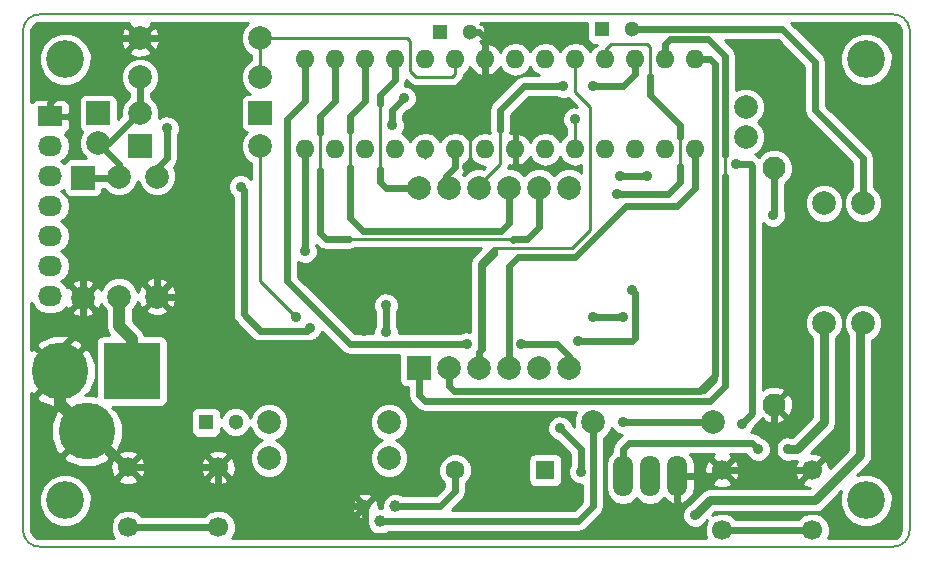
<source format=gbr>
G04 #@! TF.FileFunction,Copper,L2,Bot,Signal*
%FSLAX46Y46*%
G04 Gerber Fmt 4.6, Leading zero omitted, Abs format (unit mm)*
G04 Created by KiCad (PCBNEW 4.0.1-stable) date 14-Oct-16 3:18:09 PM*
%MOMM*%
G01*
G04 APERTURE LIST*
%ADD10C,0.100000*%
%ADD11C,0.150000*%
%ADD12R,2.032000X2.032000*%
%ADD13C,2.000000*%
%ADD14R,1.300000X1.300000*%
%ADD15C,1.300000*%
%ADD16R,2.032000X1.727200*%
%ADD17O,2.032000X1.727200*%
%ADD18C,1.998980*%
%ADD19C,1.948180*%
%ADD20C,4.800600*%
%ADD21R,4.800600X4.800600*%
%ADD22R,1.998980X1.998980*%
%ADD23R,2.000000X2.000000*%
%ADD24O,1.600000X1.600000*%
%ADD25C,1.000760*%
%ADD26O,1.699260X3.500120*%
%ADD27R,1.600000X1.600000*%
%ADD28C,1.600000*%
%ADD29C,1.700000*%
%ADD30C,3.200000*%
%ADD31C,0.889000*%
%ADD32C,0.600000*%
%ADD33C,0.254000*%
%ADD34C,1.000000*%
%ADD35C,0.800000*%
G04 APERTURE END LIST*
D10*
D11*
X172466000Y-73787000D02*
X172466000Y-31242000D01*
X246126000Y-75057000D02*
X173990000Y-75057000D01*
X247523000Y-31242000D02*
X247523000Y-73660000D01*
X173990000Y-29972000D02*
X245999000Y-29972000D01*
X173990000Y-29972000D02*
G75*
G03X172466000Y-31242000I-127000J-1397000D01*
G01*
X247523000Y-31242000D02*
G75*
G03X245999000Y-29972000I-1397000J-127000D01*
G01*
X246126000Y-75057000D02*
G75*
G03X247523000Y-73660000I0J1397000D01*
G01*
X172466000Y-73787000D02*
G75*
G03X173990000Y-75057000I1397000J127000D01*
G01*
D12*
X205973680Y-59903360D03*
D13*
X208513680Y-59903360D03*
X211053680Y-59903360D03*
X213593680Y-59903360D03*
X216133680Y-59903360D03*
X218673680Y-59903360D03*
X213593680Y-44663360D03*
X216133680Y-44663360D03*
X205973680Y-44663360D03*
X208513680Y-44663360D03*
X218673680Y-44663360D03*
X211053680Y-44663360D03*
D14*
X187960000Y-64516000D03*
D15*
X190460000Y-64516000D03*
D16*
X174752000Y-38608000D03*
D17*
X174752000Y-41148000D03*
X174752000Y-43688000D03*
X174752000Y-46228000D03*
X174752000Y-48768000D03*
X174752000Y-51308000D03*
X174752000Y-53848000D03*
D18*
X192532000Y-32004000D03*
X182372000Y-32004000D03*
X182372000Y-35306000D03*
X192532000Y-35306000D03*
X203454000Y-64516000D03*
X193294000Y-64516000D03*
X220726000Y-64516000D03*
X230886000Y-64516000D03*
X240284000Y-56134000D03*
X240284000Y-45974000D03*
X180594000Y-53873400D03*
X180594000Y-43713400D03*
X183794400Y-53873400D03*
X183794400Y-43713400D03*
D19*
X236029500Y-43030140D03*
X236029500Y-63030100D03*
D20*
X175564800Y-60198000D03*
D21*
X181660800Y-60198000D03*
D20*
X177850800Y-65278000D03*
D18*
X177535840Y-53987700D03*
D22*
X177535840Y-43827700D03*
D23*
X178816000Y-38354000D03*
D13*
X178816000Y-40894000D03*
D14*
X221488000Y-31242000D03*
D15*
X223988000Y-31242000D03*
D18*
X182372000Y-38356540D03*
D22*
X192532000Y-38356540D03*
D18*
X192532000Y-41145460D03*
D22*
X182372000Y-41145460D03*
D24*
X196342000Y-41402000D03*
X198882000Y-41402000D03*
X201422000Y-41402000D03*
X203962000Y-41402000D03*
X206502000Y-41402000D03*
X209042000Y-41402000D03*
X211582000Y-41402000D03*
X214122000Y-41402000D03*
X216662000Y-41402000D03*
X219202000Y-41402000D03*
X221742000Y-41402000D03*
X224282000Y-41402000D03*
X226822000Y-41402000D03*
X229362000Y-41402000D03*
X229362000Y-33782000D03*
X226822000Y-33782000D03*
X224282000Y-33782000D03*
X221742000Y-33782000D03*
X219202000Y-33782000D03*
X216662000Y-33782000D03*
X214122000Y-33782000D03*
X211582000Y-33782000D03*
X209042000Y-33782000D03*
X206502000Y-33782000D03*
X203962000Y-33782000D03*
X201422000Y-33782000D03*
X198882000Y-33782000D03*
X196342000Y-33782000D03*
D25*
X202692000Y-72898000D03*
X201422000Y-71628000D03*
X203962000Y-71628000D03*
D26*
X225552000Y-69088000D03*
X227843080Y-69088000D03*
X223260920Y-69088000D03*
D18*
X203454000Y-67564000D03*
X193294000Y-67564000D03*
X243586000Y-45974000D03*
X243586000Y-56134000D03*
D27*
X216662000Y-68580000D03*
D28*
X209042000Y-68580000D03*
D29*
X231648000Y-73660000D03*
X231648000Y-68580000D03*
X239268000Y-73660000D03*
X239268000Y-68580000D03*
X181356000Y-73406000D03*
X181356000Y-68326000D03*
X188976000Y-73406000D03*
X188976000Y-68326000D03*
D14*
X207772000Y-31496000D03*
D15*
X210272000Y-31496000D03*
D13*
X233680000Y-37846000D03*
X233680000Y-40386000D03*
D30*
X243840000Y-33782000D03*
X176022000Y-71120000D03*
X176022000Y-33782000D03*
X243840000Y-71120000D03*
D31*
X220726000Y-55626000D03*
X223266000Y-55626000D03*
X235966000Y-46990000D03*
X195580000Y-55626000D03*
X209931000Y-50419000D03*
X201295000Y-56769000D03*
X197612000Y-57658000D03*
X210058000Y-42926000D03*
X196342000Y-50038000D03*
X196723000Y-56515000D03*
X190881000Y-44577000D03*
X203200000Y-56896000D03*
X217932000Y-65024000D03*
X219710000Y-68707000D03*
X203200000Y-54610000D03*
X223012000Y-43688000D03*
X225298000Y-43688000D03*
X219202000Y-38862000D03*
X223266000Y-64516000D03*
X233299000Y-64643000D03*
X232791000Y-42672000D03*
X218186000Y-36068000D03*
X220726000Y-36068000D03*
X222758000Y-45212000D03*
X224028000Y-53340000D03*
X219456000Y-57658000D03*
X203708000Y-39370000D03*
X204724000Y-37084000D03*
X214630000Y-57912000D03*
X210058000Y-57912000D03*
X229362000Y-72390000D03*
X184658000Y-39624000D03*
X237236000Y-66802000D03*
X234696000Y-66802000D03*
D32*
X223266000Y-55626000D02*
X220726000Y-55626000D01*
X236029500Y-43030140D02*
X236029500Y-46926500D01*
X236029500Y-46926500D02*
X235966000Y-46990000D01*
D33*
X192532000Y-41145460D02*
X192532000Y-52578000D01*
X235966000Y-46990000D02*
X236029500Y-46926500D01*
X192532000Y-52578000D02*
X195580000Y-55626000D01*
D32*
X188976000Y-53873400D02*
X188976000Y-54356000D01*
X188976000Y-54356000D02*
X189484000Y-54864000D01*
X188976000Y-53873400D02*
X188976000Y-53594000D01*
X188976000Y-53594000D02*
X189484000Y-53086000D01*
X183794400Y-53873400D02*
X188976000Y-53873400D01*
X188976000Y-53873400D02*
X189484000Y-53873400D01*
X189484000Y-53873400D02*
X189484000Y-53721000D01*
X177535840Y-53987700D02*
X177535840Y-56377840D01*
X177535840Y-56377840D02*
X175564800Y-58348880D01*
X175564800Y-58348880D02*
X175564800Y-60198000D01*
X177535840Y-53987700D02*
X177535840Y-52080160D01*
X177535840Y-52080160D02*
X178054000Y-51562000D01*
X178054000Y-51562000D02*
X183134000Y-51562000D01*
X183134000Y-51562000D02*
X183794400Y-52222400D01*
X183794400Y-52222400D02*
X183794400Y-53873400D01*
X211582000Y-33782000D02*
X211582000Y-35814000D01*
X211582000Y-35814000D02*
X210185000Y-37211000D01*
X210185000Y-39751000D02*
X210312000Y-39751000D01*
X210185000Y-37211000D02*
X210185000Y-39751000D01*
X210272000Y-31496000D02*
X211074000Y-31496000D01*
X211074000Y-31496000D02*
X211582000Y-32004000D01*
X211582000Y-32004000D02*
X211582000Y-33782000D01*
X182372000Y-32004000D02*
X188595000Y-32004000D01*
X189484000Y-32893000D02*
X189484000Y-53086000D01*
X188595000Y-32004000D02*
X189484000Y-32893000D01*
X189484000Y-53086000D02*
X189484000Y-53721000D01*
X209550000Y-50800000D02*
X209931000Y-50419000D01*
X202819000Y-50800000D02*
X209550000Y-50800000D01*
X201295000Y-52324000D02*
X202819000Y-50800000D01*
X201295000Y-56769000D02*
X201295000Y-52324000D01*
X197485000Y-57785000D02*
X197612000Y-57658000D01*
X190627000Y-57785000D02*
X197485000Y-57785000D01*
X189484000Y-56642000D02*
X190627000Y-57785000D01*
X189484000Y-54864000D02*
X189484000Y-56642000D01*
X189484000Y-53721000D02*
X189484000Y-54864000D01*
X174752000Y-38608000D02*
X174752000Y-37465000D01*
X175641000Y-36576000D02*
X178562000Y-36576000D01*
X174752000Y-37465000D02*
X175641000Y-36576000D01*
X178562000Y-36576000D02*
X180086000Y-35052000D01*
X180086000Y-35052000D02*
X180086000Y-32512000D01*
X180086000Y-32512000D02*
X180594000Y-32004000D01*
X180594000Y-32004000D02*
X182372000Y-32004000D01*
X236728000Y-68580000D02*
X236728000Y-68516500D01*
X236728000Y-68516500D02*
X236029500Y-67818000D01*
X236029500Y-67818000D02*
X236029500Y-68008500D01*
X236029500Y-68008500D02*
X235458000Y-68580000D01*
X236029500Y-63030100D02*
X236029500Y-67818000D01*
X236029500Y-67818000D02*
X236029500Y-68580000D01*
X236029500Y-68580000D02*
X236029500Y-68326000D01*
X231648000Y-68580000D02*
X235458000Y-68580000D01*
X235458000Y-68580000D02*
X236728000Y-68580000D01*
X236728000Y-68580000D02*
X239268000Y-68580000D01*
X227843080Y-69088000D02*
X231140000Y-69088000D01*
X231140000Y-69088000D02*
X231648000Y-68580000D01*
X201422000Y-71628000D02*
X201422000Y-73914000D01*
X201422000Y-73914000D02*
X201676000Y-74168000D01*
X201676000Y-74168000D02*
X227330000Y-74168000D01*
X227330000Y-74168000D02*
X227843080Y-73654920D01*
X227843080Y-73654920D02*
X227843080Y-69088000D01*
X188976000Y-68326000D02*
X188976000Y-70358000D01*
X188976000Y-70358000D02*
X190246000Y-71628000D01*
X190246000Y-71628000D02*
X201422000Y-71628000D01*
X181356000Y-68326000D02*
X188976000Y-68326000D01*
X177850800Y-65278000D02*
X178308000Y-65278000D01*
X178308000Y-65278000D02*
X181356000Y-68326000D01*
D33*
X211582000Y-35814000D02*
X210312000Y-37084000D01*
X210312000Y-37084000D02*
X210312000Y-39751000D01*
X210312000Y-39751000D02*
X210312000Y-42672000D01*
X210312000Y-42672000D02*
X210058000Y-42926000D01*
X175564800Y-60198000D02*
X175006000Y-60198000D01*
X175564800Y-60198000D02*
X175564800Y-58623200D01*
X175564800Y-58623200D02*
X177535840Y-56652160D01*
X177535840Y-56652160D02*
X177535840Y-53987700D01*
X183794400Y-52222400D02*
X183794400Y-53873400D01*
X183134000Y-51562000D02*
X183794400Y-52222400D01*
X178054000Y-51562000D02*
X183134000Y-51562000D01*
X177535840Y-52080160D02*
X178054000Y-51562000D01*
X180594000Y-32004000D02*
X182372000Y-32004000D01*
X180086000Y-32512000D02*
X180594000Y-32004000D01*
X180086000Y-35052000D02*
X180086000Y-32512000D01*
X178562000Y-36576000D02*
X180086000Y-35052000D01*
X181356000Y-68326000D02*
X180898800Y-68326000D01*
X180898800Y-68326000D02*
X177850800Y-65278000D01*
X201422000Y-71628000D02*
X192786000Y-71628000D01*
X190246000Y-71628000D02*
X188976000Y-70358000D01*
X192786000Y-71628000D02*
X190246000Y-71628000D01*
X227843080Y-69088000D02*
X227843080Y-73654920D01*
X201676000Y-74168000D02*
X201422000Y-73914000D01*
X227330000Y-74168000D02*
X201676000Y-74168000D01*
X227843080Y-73654920D02*
X227330000Y-74168000D01*
X231140000Y-69088000D02*
X231648000Y-68580000D01*
X235966000Y-68326000D02*
X236220000Y-68580000D01*
X236220000Y-68580000D02*
X236474000Y-68580000D01*
X235712000Y-68580000D02*
X236029500Y-68262500D01*
X235966000Y-68326000D02*
X236029500Y-68326000D01*
X236029500Y-68262500D02*
X235966000Y-68326000D01*
X236029500Y-63030100D02*
X236029500Y-68326000D01*
X236029500Y-68326000D02*
X236029500Y-68580000D01*
X236029500Y-68580000D02*
X235966000Y-68580000D01*
X231648000Y-68580000D02*
X235712000Y-68580000D01*
X235712000Y-68580000D02*
X235966000Y-68580000D01*
X235966000Y-68580000D02*
X236474000Y-68580000D01*
X236474000Y-68580000D02*
X239268000Y-68580000D01*
D34*
X175564800Y-60198000D02*
X175564800Y-62992000D01*
X175564800Y-62992000D02*
X177850800Y-65278000D01*
D33*
X211582000Y-32004000D02*
X211582000Y-33782000D01*
X211074000Y-31496000D02*
X211582000Y-32004000D01*
D32*
X196342000Y-50038000D02*
X196342000Y-41402000D01*
D34*
X181660800Y-60198000D02*
X181660800Y-57454800D01*
X180594000Y-56388000D02*
X180594000Y-53873400D01*
X181660800Y-57454800D02*
X180594000Y-56388000D01*
D32*
X196469000Y-56769000D02*
X196723000Y-56515000D01*
X192532000Y-56769000D02*
X196469000Y-56769000D01*
X191135000Y-55372000D02*
X192532000Y-56769000D01*
X191135000Y-44831000D02*
X191135000Y-55372000D01*
X190881000Y-44577000D02*
X191135000Y-44831000D01*
X209042000Y-41402000D02*
X209042000Y-42926000D01*
X209042000Y-42926000D02*
X208280000Y-43688000D01*
X208280000Y-43688000D02*
X208280000Y-44429680D01*
X208280000Y-44429680D02*
X208513680Y-44663360D01*
D33*
X208513680Y-44663360D02*
X208513680Y-43454320D01*
X208513680Y-43454320D02*
X209042000Y-42926000D01*
X206502000Y-41402000D02*
X206502000Y-42164000D01*
D32*
X217932000Y-65024000D02*
X219710000Y-66802000D01*
X219710000Y-66802000D02*
X219710000Y-68707000D01*
X203200000Y-54610000D02*
X203200000Y-56896000D01*
D33*
X219710000Y-66802000D02*
X219710000Y-68707000D01*
X203962000Y-41402000D02*
X203962000Y-41021000D01*
D32*
X231648000Y-73660000D02*
X239268000Y-73660000D01*
X223012000Y-43688000D02*
X225298000Y-43688000D01*
D33*
X219202000Y-41402000D02*
X219202000Y-38862000D01*
D32*
X223266000Y-64516000D02*
X230886000Y-64516000D01*
X181356000Y-73406000D02*
X188976000Y-73406000D01*
X233299000Y-64643000D02*
X234188000Y-63754000D01*
X234188000Y-63754000D02*
X234188000Y-42799000D01*
X234188000Y-42799000D02*
X234061000Y-42672000D01*
X234061000Y-42672000D02*
X232791000Y-42672000D01*
D33*
X234188000Y-42799000D02*
X234188000Y-63754000D01*
X234061000Y-42672000D02*
X234188000Y-42799000D01*
X232791000Y-42672000D02*
X234061000Y-42672000D01*
D32*
X229362000Y-41402000D02*
X229362000Y-44704000D01*
X229362000Y-44704000D02*
X227838000Y-46228000D01*
X227838000Y-46228000D02*
X223520000Y-46228000D01*
X223520000Y-46228000D02*
X219202000Y-50546000D01*
X219202000Y-50546000D02*
X214376000Y-50546000D01*
X214376000Y-50546000D02*
X213593680Y-51328320D01*
X213593680Y-51328320D02*
X213593680Y-59903360D01*
D33*
X213593680Y-59903360D02*
X213593680Y-51328320D01*
X227838000Y-46228000D02*
X229362000Y-44704000D01*
X223520000Y-46228000D02*
X227838000Y-46228000D01*
X219202000Y-50546000D02*
X223520000Y-46228000D01*
X214376000Y-50546000D02*
X219202000Y-50546000D01*
X213593680Y-51328320D02*
X214376000Y-50546000D01*
D32*
X229362000Y-33782000D02*
X230632000Y-33782000D01*
X230632000Y-33782000D02*
X231013000Y-34163000D01*
X208915000Y-61849000D02*
X208513680Y-61447680D01*
X229743000Y-61849000D02*
X208915000Y-61849000D01*
X231047998Y-60544002D02*
X229743000Y-61849000D01*
X231047998Y-40767000D02*
X231047998Y-60544002D01*
X231013000Y-40732002D02*
X231047998Y-40767000D01*
X231013000Y-34163000D02*
X231013000Y-40732002D01*
X208513680Y-61447680D02*
X208513680Y-59903360D01*
D33*
X208513680Y-61447680D02*
X208513680Y-59903360D01*
X209042000Y-61976000D02*
X208513680Y-61447680D01*
X230124000Y-61976000D02*
X209042000Y-61976000D01*
X231140000Y-60960000D02*
X230124000Y-61976000D01*
X231140000Y-34290000D02*
X231140000Y-60960000D01*
X230632000Y-33782000D02*
X231140000Y-34290000D01*
D32*
X231902000Y-41910000D02*
X231902000Y-33528000D01*
X231902000Y-33528000D02*
X230470002Y-32096002D01*
X227237998Y-32096002D02*
X226822000Y-32512000D01*
X230470002Y-32096002D02*
X227237998Y-32096002D01*
X226822000Y-32512000D02*
X226822000Y-33782000D01*
X205973680Y-59903360D02*
X205973680Y-62209680D01*
X206502000Y-62738000D02*
X230632000Y-62738000D01*
X205973680Y-62209680D02*
X206502000Y-62738000D01*
X230632000Y-62738000D02*
X231902000Y-61468000D01*
X231902000Y-61468000D02*
X231902000Y-43688000D01*
D33*
X226822000Y-32512000D02*
X226822000Y-33782000D01*
X227330000Y-32004000D02*
X226822000Y-32512000D01*
X231902000Y-33528000D02*
X230378000Y-32004000D01*
X230378000Y-32004000D02*
X227330000Y-32004000D01*
X231902000Y-61468000D02*
X231902000Y-43688000D01*
X231902000Y-43688000D02*
X231902000Y-41910000D01*
X230632000Y-62738000D02*
X231902000Y-61468000D01*
D32*
X224282000Y-33782000D02*
X224282000Y-35052000D01*
X224282000Y-35052000D02*
X223266000Y-36068000D01*
X223266000Y-36068000D02*
X220726000Y-36068000D01*
X218186000Y-36068000D02*
X214884000Y-36068000D01*
X214884000Y-36068000D02*
X212852000Y-38100000D01*
X212852000Y-38100000D02*
X212852000Y-39751000D01*
D33*
X211053680Y-44663360D02*
X211053680Y-44470320D01*
X211053680Y-44470320D02*
X212852000Y-42672000D01*
X212852000Y-42672000D02*
X212852000Y-39751000D01*
X212852000Y-39751000D02*
X212852000Y-38100000D01*
X212852000Y-38100000D02*
X214884000Y-36068000D01*
X220726000Y-36068000D02*
X223266000Y-36068000D01*
X223266000Y-36068000D02*
X224282000Y-35052000D01*
D32*
X228092000Y-40386000D02*
X228092000Y-39370000D01*
X228092000Y-39370000D02*
X225552000Y-36830000D01*
X225552000Y-36830000D02*
X225552000Y-35179000D01*
X222758000Y-45212000D02*
X227076000Y-45212000D01*
X227076000Y-45212000D02*
X228092000Y-44196000D01*
X228092000Y-44196000D02*
X228092000Y-42799000D01*
X224028000Y-53340000D02*
X224282000Y-53594000D01*
X224282000Y-53594000D02*
X224282000Y-57404000D01*
X224282000Y-57404000D02*
X224028000Y-57658000D01*
X224028000Y-57658000D02*
X219456000Y-57658000D01*
D33*
X221742000Y-33782000D02*
X221742000Y-33020000D01*
X221742000Y-33020000D02*
X222250000Y-32512000D01*
X222250000Y-32512000D02*
X225298000Y-32512000D01*
X225298000Y-32512000D02*
X225552000Y-32766000D01*
X225552000Y-32766000D02*
X225552000Y-35179000D01*
X225552000Y-35179000D02*
X225552000Y-36830000D01*
X225552000Y-36830000D02*
X228092000Y-39370000D01*
X228092000Y-40386000D02*
X228092000Y-42799000D01*
X228092000Y-42799000D02*
X228092000Y-44196000D01*
X228092000Y-44196000D02*
X227076000Y-45212000D01*
X224282000Y-53594000D02*
X224282000Y-57404000D01*
X224282000Y-57404000D02*
X224028000Y-57658000D01*
X224028000Y-57658000D02*
X219456000Y-57658000D01*
D32*
X211053680Y-59903360D02*
X211053680Y-58567320D01*
X212344000Y-50292000D02*
X212344000Y-50038000D01*
X211328000Y-51308000D02*
X212344000Y-50292000D01*
X211328000Y-58293000D02*
X211328000Y-51308000D01*
X211053680Y-58567320D02*
X211328000Y-58293000D01*
D33*
X211053680Y-59903360D02*
X211053680Y-51074320D01*
X219202000Y-36576000D02*
X219202000Y-33782000D01*
X220472000Y-37846000D02*
X219202000Y-36576000D01*
X220472000Y-48260000D02*
X220472000Y-37846000D01*
X218948000Y-49784000D02*
X220472000Y-48260000D01*
X212344000Y-49784000D02*
X218948000Y-49784000D01*
X211053680Y-51074320D02*
X212344000Y-49784000D01*
X192532000Y-32004000D02*
X204978000Y-32004000D01*
X209042000Y-35052000D02*
X209042000Y-33782000D01*
X208788000Y-35306000D02*
X209042000Y-35052000D01*
X205740000Y-35306000D02*
X208788000Y-35306000D01*
X205232000Y-34798000D02*
X205740000Y-35306000D01*
X205232000Y-32258000D02*
X205232000Y-34798000D01*
X204978000Y-32004000D02*
X205232000Y-32258000D01*
X192532000Y-35306000D02*
X192532000Y-32004000D01*
D32*
X203708000Y-39370000D02*
X203708000Y-38100000D01*
X203708000Y-38100000D02*
X204724000Y-37084000D01*
D33*
X204724000Y-37084000D02*
X203708000Y-38100000D01*
D32*
X205973680Y-44663360D02*
X203159360Y-44663360D01*
X203159360Y-44663360D02*
X202692000Y-44196000D01*
X202692000Y-44196000D02*
X202692000Y-43053000D01*
X203962000Y-33782000D02*
X203962000Y-35560000D01*
X203962000Y-35560000D02*
X202692000Y-36830000D01*
X202692000Y-36830000D02*
X202692000Y-37592000D01*
D33*
X202692000Y-36830000D02*
X203962000Y-35560000D01*
X202692000Y-44196000D02*
X202692000Y-43053000D01*
X202692000Y-43053000D02*
X202692000Y-37592000D01*
X202692000Y-37592000D02*
X202692000Y-36830000D01*
X203159360Y-44663360D02*
X202692000Y-44196000D01*
D32*
X213593680Y-44663360D02*
X213593680Y-47645320D01*
X201248998Y-48340998D02*
X200152000Y-47244000D01*
X212898002Y-48340998D02*
X201248998Y-48340998D01*
X213593680Y-47645320D02*
X212898002Y-48340998D01*
X200152000Y-47244000D02*
X200152000Y-42926000D01*
X201422000Y-33782000D02*
X201422000Y-37338000D01*
X201422000Y-37338000D02*
X200152000Y-38608000D01*
X200152000Y-38608000D02*
X200152000Y-39878000D01*
D33*
X200152000Y-38608000D02*
X200152000Y-39878000D01*
X200152000Y-39878000D02*
X200152000Y-42926000D01*
X200152000Y-42926000D02*
X200152000Y-47244000D01*
X201422000Y-37338000D02*
X200152000Y-38608000D01*
D32*
X197612000Y-43180000D02*
X197612000Y-48514000D01*
X197612000Y-48514000D02*
X198120000Y-49022000D01*
X198120000Y-49022000D02*
X200025000Y-49022000D01*
X216133680Y-44663360D02*
X216133680Y-48026320D01*
X216133680Y-48026320D02*
X215138000Y-49022000D01*
X215138000Y-49022000D02*
X213948998Y-49022000D01*
X213948998Y-49022000D02*
X213948998Y-49102998D01*
X213948998Y-49102998D02*
X213948998Y-49022000D01*
X198882000Y-33782000D02*
X198882000Y-37338000D01*
X198882000Y-37338000D02*
X197612000Y-38608000D01*
X197612000Y-38608000D02*
X197612000Y-40005000D01*
D33*
X197612000Y-38608000D02*
X198882000Y-37338000D01*
X197612000Y-43180000D02*
X197612000Y-40005000D01*
X197612000Y-40005000D02*
X197612000Y-38608000D01*
X198120000Y-49022000D02*
X197612000Y-48514000D01*
X215138000Y-49022000D02*
X213948998Y-49022000D01*
X213948998Y-49022000D02*
X200025000Y-49022000D01*
X200025000Y-49022000D02*
X198120000Y-49022000D01*
X216133680Y-48026320D02*
X215138000Y-49022000D01*
D32*
X210058000Y-57912000D02*
X200152000Y-57912000D01*
X200152000Y-57912000D02*
X194818000Y-52578000D01*
X194818000Y-52578000D02*
X194818000Y-38862000D01*
X194818000Y-38862000D02*
X196342000Y-37338000D01*
X196342000Y-37338000D02*
X196342000Y-33782000D01*
X214630000Y-57912000D02*
X217678000Y-57912000D01*
X217678000Y-57912000D02*
X218673680Y-58907680D01*
X218673680Y-58907680D02*
X218673680Y-59903360D01*
D33*
X196342000Y-33782000D02*
X196342000Y-37338000D01*
X196342000Y-37338000D02*
X194818000Y-38862000D01*
X194818000Y-38862000D02*
X194818000Y-44196000D01*
X194818000Y-44196000D02*
X194818000Y-52578000D01*
X194818000Y-52578000D02*
X200152000Y-57912000D01*
X217678000Y-57912000D02*
X218673680Y-58907680D01*
X218673680Y-58907680D02*
X218673680Y-59903360D01*
D32*
X202692000Y-72898000D02*
X219456000Y-72898000D01*
X220726000Y-71628000D02*
X220726000Y-64516000D01*
X219456000Y-72898000D02*
X220726000Y-71628000D01*
X203962000Y-71628000D02*
X207772000Y-71628000D01*
X209042000Y-70358000D02*
X209042000Y-68580000D01*
X207772000Y-71628000D02*
X209042000Y-70358000D01*
X223988000Y-31242000D02*
X236728000Y-31242000D01*
X236728000Y-31242000D02*
X239522000Y-34036000D01*
X239522000Y-34036000D02*
X239522000Y-38100000D01*
X239522000Y-38100000D02*
X243586000Y-42164000D01*
X243586000Y-42164000D02*
X243586000Y-45974000D01*
D33*
X243586000Y-42164000D02*
X243586000Y-45974000D01*
X239522000Y-38100000D02*
X243586000Y-42164000D01*
X239522000Y-34036000D02*
X239522000Y-38100000D01*
X236728000Y-31242000D02*
X239522000Y-34036000D01*
D35*
X229362000Y-72390000D02*
X230632000Y-71120000D01*
X230632000Y-71120000D02*
X239522000Y-71120000D01*
X239522000Y-71120000D02*
X243332000Y-67310000D01*
X243332000Y-67310000D02*
X243332000Y-56388000D01*
X243332000Y-56388000D02*
X243586000Y-56134000D01*
D33*
X243586000Y-56134000D02*
X243586000Y-67056000D01*
X239522000Y-71120000D02*
X230632000Y-71120000D01*
X243586000Y-67056000D02*
X239522000Y-71120000D01*
D32*
X178816000Y-40894000D02*
X179705000Y-40894000D01*
X179705000Y-40894000D02*
X182242460Y-38356540D01*
X182242460Y-38356540D02*
X182372000Y-38356540D01*
X182372000Y-38356540D02*
X182372000Y-35306000D01*
X177535840Y-43827700D02*
X180479700Y-43827700D01*
X180479700Y-43827700D02*
X180594000Y-43713400D01*
X180594000Y-43713400D02*
X180594000Y-42672000D01*
X180594000Y-42672000D02*
X178816000Y-40894000D01*
D33*
X178816000Y-40894000D02*
X179834540Y-40894000D01*
X179834540Y-40894000D02*
X182372000Y-38356540D01*
D32*
X183794400Y-43713400D02*
X183794400Y-43027600D01*
X183794400Y-43027600D02*
X184658000Y-42164000D01*
X184658000Y-42164000D02*
X184658000Y-39624000D01*
D33*
X184658000Y-39624000D02*
X184658000Y-42164000D01*
X184658000Y-42164000D02*
X183794400Y-43027600D01*
D32*
X223260920Y-69088000D02*
X223260920Y-66807080D01*
X223260920Y-66807080D02*
X223774000Y-66294000D01*
X223774000Y-66294000D02*
X230632000Y-66294000D01*
X230632000Y-66294000D02*
X234188000Y-66294000D01*
X234188000Y-66294000D02*
X234696000Y-66802000D01*
D35*
X237236000Y-66802000D02*
X237998000Y-66802000D01*
X237998000Y-66802000D02*
X240284000Y-64516000D01*
X240284000Y-64516000D02*
X240284000Y-56134000D01*
D33*
X240284000Y-56134000D02*
X240284000Y-64516000D01*
X223774000Y-66294000D02*
X223260920Y-66807080D01*
X234188000Y-66294000D02*
X223774000Y-66294000D01*
X234696000Y-66802000D02*
X234188000Y-66294000D01*
X240284000Y-64516000D02*
X237998000Y-66802000D01*
G36*
X181399443Y-30851837D02*
X182372000Y-31824395D01*
X183344557Y-30851837D01*
X183281792Y-30682000D01*
X191542770Y-30682000D01*
X191147154Y-31076927D01*
X190897794Y-31677453D01*
X190897226Y-32327694D01*
X191145538Y-32928655D01*
X191604927Y-33388846D01*
X191770000Y-33457390D01*
X191770000Y-33852330D01*
X191607345Y-33919538D01*
X191147154Y-34378927D01*
X190897794Y-34979453D01*
X190897226Y-35629694D01*
X191145538Y-36230655D01*
X191604927Y-36690846D01*
X191650116Y-36709610D01*
X191532510Y-36709610D01*
X191297193Y-36753888D01*
X191081069Y-36892960D01*
X190936079Y-37105160D01*
X190885070Y-37357050D01*
X190885070Y-39356030D01*
X190929348Y-39591347D01*
X191068420Y-39807471D01*
X191280620Y-39952461D01*
X191391127Y-39974839D01*
X191147154Y-40218387D01*
X190897794Y-40818913D01*
X190897226Y-41469154D01*
X191145538Y-42070115D01*
X191604927Y-42530306D01*
X191770000Y-42598850D01*
X191770000Y-43939575D01*
X191493286Y-43662378D01*
X191096668Y-43497687D01*
X190667216Y-43497313D01*
X190270311Y-43661311D01*
X189966378Y-43964714D01*
X189801687Y-44361332D01*
X189801313Y-44790784D01*
X189965311Y-45187689D01*
X190200000Y-45422788D01*
X190200000Y-55372000D01*
X190271173Y-55729809D01*
X190473855Y-56033145D01*
X191870855Y-57430145D01*
X192174191Y-57632827D01*
X192532000Y-57704000D01*
X196469000Y-57704000D01*
X196826809Y-57632827D01*
X196883959Y-57594641D01*
X196936784Y-57594687D01*
X197333689Y-57430689D01*
X197637622Y-57127286D01*
X197757148Y-56839438D01*
X199490855Y-58573145D01*
X199794191Y-58775827D01*
X200152000Y-58847000D01*
X204318413Y-58847000D01*
X204310240Y-58887360D01*
X204310240Y-60919360D01*
X204354518Y-61154677D01*
X204493590Y-61370801D01*
X204705790Y-61515791D01*
X204957680Y-61566800D01*
X205038680Y-61566800D01*
X205038680Y-62209680D01*
X205109853Y-62567489D01*
X205312535Y-62870825D01*
X205840855Y-63399145D01*
X206144191Y-63601827D01*
X206502000Y-63673000D01*
X219306244Y-63673000D01*
X219091794Y-64189453D01*
X219091226Y-64839694D01*
X219106183Y-64875893D01*
X218991395Y-64761105D01*
X218847689Y-64413311D01*
X218544286Y-64109378D01*
X218147668Y-63944687D01*
X217718216Y-63944313D01*
X217321311Y-64108311D01*
X217017378Y-64411714D01*
X216852687Y-64808332D01*
X216852313Y-65237784D01*
X217016311Y-65634689D01*
X217319714Y-65938622D01*
X217669631Y-66083921D01*
X218775000Y-67189290D01*
X218775000Y-68143789D01*
X218630687Y-68491332D01*
X218630313Y-68920784D01*
X218794311Y-69317689D01*
X219097714Y-69621622D01*
X219494332Y-69786313D01*
X219791000Y-69786571D01*
X219791000Y-71240710D01*
X219068710Y-71963000D01*
X208759290Y-71963000D01*
X209703145Y-71019145D01*
X209905827Y-70715809D01*
X209977000Y-70358000D01*
X209977000Y-69674258D01*
X210257824Y-69393923D01*
X210476750Y-68866691D01*
X210477248Y-68295813D01*
X210264119Y-67780000D01*
X215214560Y-67780000D01*
X215214560Y-69380000D01*
X215258838Y-69615317D01*
X215397910Y-69831441D01*
X215610110Y-69976431D01*
X215862000Y-70027440D01*
X217462000Y-70027440D01*
X217697317Y-69983162D01*
X217913441Y-69844090D01*
X218058431Y-69631890D01*
X218109440Y-69380000D01*
X218109440Y-67780000D01*
X218065162Y-67544683D01*
X217926090Y-67328559D01*
X217713890Y-67183569D01*
X217462000Y-67132560D01*
X215862000Y-67132560D01*
X215626683Y-67176838D01*
X215410559Y-67315910D01*
X215265569Y-67528110D01*
X215214560Y-67780000D01*
X210264119Y-67780000D01*
X210259243Y-67768200D01*
X209855923Y-67364176D01*
X209328691Y-67145250D01*
X208757813Y-67144752D01*
X208230200Y-67362757D01*
X207826176Y-67766077D01*
X207607250Y-68293309D01*
X207606752Y-68864187D01*
X207824757Y-69391800D01*
X208107000Y-69674536D01*
X208107000Y-69970710D01*
X207384710Y-70693000D01*
X204632901Y-70693000D01*
X204605981Y-70666033D01*
X204188832Y-70492818D01*
X203737150Y-70492424D01*
X203319699Y-70664911D01*
X203000033Y-70984019D01*
X202826818Y-71401168D01*
X202826503Y-71762737D01*
X202569740Y-71762513D01*
X202538602Y-71322565D01*
X202427532Y-71054418D01*
X202212381Y-71017224D01*
X201601605Y-71628000D01*
X201615748Y-71642143D01*
X201436143Y-71821748D01*
X201422000Y-71807605D01*
X200811224Y-72418381D01*
X200848418Y-72633532D01*
X201276880Y-72776491D01*
X201556743Y-72756683D01*
X201556424Y-73122850D01*
X201728911Y-73540301D01*
X202048019Y-73859967D01*
X202465168Y-74033182D01*
X202916850Y-74033576D01*
X203334301Y-73861089D01*
X203362439Y-73833000D01*
X219456000Y-73833000D01*
X219813809Y-73761827D01*
X220117145Y-73559145D01*
X221387145Y-72289145D01*
X221589827Y-71985809D01*
X221661000Y-71628000D01*
X221661000Y-65892135D01*
X222110846Y-65443073D01*
X222296399Y-64996212D01*
X222350311Y-65126689D01*
X222653714Y-65430622D01*
X223050332Y-65595313D01*
X223168886Y-65595416D01*
X223112855Y-65632855D01*
X222599775Y-66145935D01*
X222397093Y-66449271D01*
X222325920Y-66807080D01*
X222325920Y-67014351D01*
X222211128Y-67091052D01*
X221889301Y-67572701D01*
X221776290Y-68140844D01*
X221776290Y-70035156D01*
X221889301Y-70603299D01*
X222211128Y-71084948D01*
X222692777Y-71406775D01*
X223260920Y-71519786D01*
X223829063Y-71406775D01*
X224310712Y-71084948D01*
X224406460Y-70941651D01*
X224502208Y-71084948D01*
X224983857Y-71406775D01*
X225552000Y-71519786D01*
X226120143Y-71406775D01*
X226601792Y-71084948D01*
X226714186Y-70916738D01*
X226883091Y-71128024D01*
X227392270Y-71408649D01*
X227486248Y-71429540D01*
X227716080Y-71308214D01*
X227716080Y-69215000D01*
X227970080Y-69215000D01*
X227970080Y-71308214D01*
X228199912Y-71429540D01*
X228293890Y-71408649D01*
X228803069Y-71128024D01*
X229166098Y-70673906D01*
X229327710Y-70115430D01*
X229327710Y-69623958D01*
X230783647Y-69623958D01*
X230863920Y-69875259D01*
X231419279Y-70076718D01*
X232009458Y-70050315D01*
X232432080Y-69875259D01*
X232512353Y-69623958D01*
X231648000Y-68759605D01*
X230783647Y-69623958D01*
X229327710Y-69623958D01*
X229327710Y-69215000D01*
X227970080Y-69215000D01*
X227716080Y-69215000D01*
X227696080Y-69215000D01*
X227696080Y-68961000D01*
X227716080Y-68961000D01*
X227716080Y-68941000D01*
X227970080Y-68941000D01*
X227970080Y-68961000D01*
X229327710Y-68961000D01*
X229327710Y-68351279D01*
X230151282Y-68351279D01*
X230177685Y-68941458D01*
X230352741Y-69364080D01*
X230604042Y-69444353D01*
X231468395Y-68580000D01*
X231827605Y-68580000D01*
X232691958Y-69444353D01*
X232943259Y-69364080D01*
X233144718Y-68808721D01*
X233118315Y-68218542D01*
X232943259Y-67795920D01*
X232691958Y-67715647D01*
X231827605Y-68580000D01*
X231468395Y-68580000D01*
X230604042Y-67715647D01*
X230352741Y-67795920D01*
X230151282Y-68351279D01*
X229327710Y-68351279D01*
X229327710Y-68060570D01*
X229166098Y-67502094D01*
X228947782Y-67229000D01*
X230998490Y-67229000D01*
X230863920Y-67284741D01*
X230783647Y-67536042D01*
X231648000Y-68400395D01*
X232512353Y-67536042D01*
X232432080Y-67284741D01*
X232278420Y-67229000D01*
X233704412Y-67229000D01*
X233780311Y-67412689D01*
X234083714Y-67716622D01*
X234480332Y-67881313D01*
X234909784Y-67881687D01*
X235306689Y-67717689D01*
X235610622Y-67414286D01*
X235775313Y-67017668D01*
X235775314Y-67015784D01*
X236156313Y-67015784D01*
X236320311Y-67412689D01*
X236623714Y-67716622D01*
X237020332Y-67881313D01*
X237449784Y-67881687D01*
X237557935Y-67837000D01*
X237957839Y-67837000D01*
X237771282Y-68351279D01*
X237797685Y-68941458D01*
X237972741Y-69364080D01*
X238224042Y-69444353D01*
X239088395Y-68580000D01*
X239074253Y-68565858D01*
X239253858Y-68386253D01*
X239268000Y-68400395D01*
X240132353Y-67536042D01*
X240052080Y-67284741D01*
X239496721Y-67083282D01*
X239165617Y-67098095D01*
X241015853Y-65247858D01*
X241015856Y-65247856D01*
X241180927Y-65000809D01*
X241240215Y-64912078D01*
X241319001Y-64516000D01*
X241319000Y-64515995D01*
X241319000Y-57410309D01*
X241668846Y-57061073D01*
X241918206Y-56460547D01*
X241918774Y-55810306D01*
X241670462Y-55209345D01*
X241211073Y-54749154D01*
X240610547Y-54499794D01*
X239960306Y-54499226D01*
X239359345Y-54747538D01*
X238899154Y-55206927D01*
X238649794Y-55807453D01*
X238649226Y-56457694D01*
X238897538Y-57058655D01*
X239249000Y-57410731D01*
X239249000Y-64087289D01*
X237569288Y-65767000D01*
X237558385Y-65767000D01*
X237451668Y-65722687D01*
X237022216Y-65722313D01*
X236625311Y-65886311D01*
X236321378Y-66189714D01*
X236156687Y-66586332D01*
X236156313Y-67015784D01*
X235775314Y-67015784D01*
X235775687Y-66588216D01*
X235611689Y-66191311D01*
X235308286Y-65887378D01*
X234958369Y-65742079D01*
X234849145Y-65632855D01*
X234545809Y-65430173D01*
X234188000Y-65359000D01*
X234109727Y-65359000D01*
X234213622Y-65255286D01*
X234358921Y-64905369D01*
X234849145Y-64415145D01*
X234948776Y-64266036D01*
X234960974Y-64278234D01*
X235075323Y-64163885D01*
X235170810Y-64428051D01*
X235771147Y-64650245D01*
X236410815Y-64625786D01*
X236888190Y-64428051D01*
X236983678Y-64163883D01*
X236029500Y-63209705D01*
X236015358Y-63223848D01*
X235835753Y-63044243D01*
X235849895Y-63030100D01*
X236209105Y-63030100D01*
X237163283Y-63984278D01*
X237427451Y-63888790D01*
X237649645Y-63288453D01*
X237625186Y-62648785D01*
X237427451Y-62171410D01*
X237163283Y-62075922D01*
X236209105Y-63030100D01*
X235849895Y-63030100D01*
X235835753Y-63015958D01*
X236015358Y-62836353D01*
X236029500Y-62850495D01*
X236983678Y-61896317D01*
X236888190Y-61632149D01*
X236287853Y-61409955D01*
X235648185Y-61434414D01*
X235170810Y-61632149D01*
X235123000Y-61764416D01*
X235123000Y-47673505D01*
X235353714Y-47904622D01*
X235750332Y-48069313D01*
X236179784Y-48069687D01*
X236576689Y-47905689D01*
X236880622Y-47602286D01*
X237045313Y-47205668D01*
X237045687Y-46776216D01*
X236964500Y-46579729D01*
X236964500Y-46297694D01*
X238649226Y-46297694D01*
X238897538Y-46898655D01*
X239356927Y-47358846D01*
X239957453Y-47608206D01*
X240607694Y-47608774D01*
X241208655Y-47360462D01*
X241668846Y-46901073D01*
X241918206Y-46300547D01*
X241918774Y-45650306D01*
X241670462Y-45049345D01*
X241211073Y-44589154D01*
X240610547Y-44339794D01*
X239960306Y-44339226D01*
X239359345Y-44587538D01*
X238899154Y-45046927D01*
X238649794Y-45647453D01*
X238649226Y-46297694D01*
X236964500Y-46297694D01*
X236964500Y-44370385D01*
X237392825Y-43942806D01*
X237638310Y-43351612D01*
X237638869Y-42711476D01*
X237394416Y-42119854D01*
X236942166Y-41666815D01*
X236350972Y-41421330D01*
X235710836Y-41420771D01*
X235119214Y-41665224D01*
X234747540Y-42036250D01*
X234722145Y-42010855D01*
X234457307Y-41833896D01*
X234604943Y-41772894D01*
X235065278Y-41313363D01*
X235314716Y-40712648D01*
X235315284Y-40062205D01*
X235066894Y-39461057D01*
X234722241Y-39115801D01*
X235065278Y-38773363D01*
X235314716Y-38172648D01*
X235315284Y-37522205D01*
X235066894Y-36921057D01*
X234607363Y-36460722D01*
X234006648Y-36211284D01*
X233356205Y-36210716D01*
X232837000Y-36425248D01*
X232837000Y-33528000D01*
X232765827Y-33170191D01*
X232563145Y-32866855D01*
X231873290Y-32177000D01*
X236340710Y-32177000D01*
X238587000Y-34423290D01*
X238587000Y-38100000D01*
X238658173Y-38457809D01*
X238860855Y-38761145D01*
X242651000Y-42551290D01*
X242651000Y-44597865D01*
X242201154Y-45046927D01*
X241951794Y-45647453D01*
X241951226Y-46297694D01*
X242199538Y-46898655D01*
X242658927Y-47358846D01*
X243259453Y-47608206D01*
X243909694Y-47608774D01*
X244510655Y-47360462D01*
X244970846Y-46901073D01*
X245220206Y-46300547D01*
X245220774Y-45650306D01*
X244972462Y-45049345D01*
X244521000Y-44597095D01*
X244521000Y-42164000D01*
X244449827Y-41806191D01*
X244247145Y-41502855D01*
X240457000Y-37712710D01*
X240457000Y-34224619D01*
X241604613Y-34224619D01*
X241944155Y-35046372D01*
X242572321Y-35675636D01*
X243393481Y-36016611D01*
X244282619Y-36017387D01*
X245104372Y-35677845D01*
X245733636Y-35049679D01*
X246074611Y-34228519D01*
X246075387Y-33339381D01*
X245735845Y-32517628D01*
X245107679Y-31888364D01*
X244286519Y-31547389D01*
X243397381Y-31546613D01*
X242575628Y-31886155D01*
X241946364Y-32514321D01*
X241605389Y-33335481D01*
X241604613Y-34224619D01*
X240457000Y-34224619D01*
X240457000Y-34036000D01*
X240385827Y-33678191D01*
X240183145Y-33374855D01*
X237490290Y-30682000D01*
X245961449Y-30682000D01*
X246327936Y-30720878D01*
X246560590Y-30847491D01*
X246727081Y-31053500D01*
X246813000Y-31344593D01*
X246813000Y-73590069D01*
X246747854Y-73917582D01*
X246601947Y-74135946D01*
X246383580Y-74281854D01*
X246056069Y-74347000D01*
X240590667Y-74347000D01*
X240752742Y-73956681D01*
X240753257Y-73365911D01*
X240527656Y-72819914D01*
X240110283Y-72401812D01*
X239564681Y-72175258D01*
X238973911Y-72174743D01*
X238427914Y-72400344D01*
X238102691Y-72725000D01*
X232812907Y-72725000D01*
X232490283Y-72401812D01*
X231944681Y-72175258D01*
X231353911Y-72174743D01*
X230820616Y-72395096D01*
X231060711Y-72155000D01*
X239521995Y-72155000D01*
X239522000Y-72155001D01*
X239918077Y-72076215D01*
X240253856Y-71851856D01*
X241728347Y-70377364D01*
X241605389Y-70673481D01*
X241604613Y-71562619D01*
X241944155Y-72384372D01*
X242572321Y-73013636D01*
X243393481Y-73354611D01*
X244282619Y-73355387D01*
X245104372Y-73015845D01*
X245733636Y-72387679D01*
X246074611Y-71566519D01*
X246075387Y-70677381D01*
X245735845Y-69855628D01*
X245107679Y-69226364D01*
X244286519Y-68885389D01*
X243397381Y-68884613D01*
X243096971Y-69008740D01*
X244063853Y-68041858D01*
X244063856Y-68041856D01*
X244288215Y-67706077D01*
X244303882Y-67627313D01*
X244367001Y-67310000D01*
X244367000Y-67309995D01*
X244367000Y-57579819D01*
X244510655Y-57520462D01*
X244970846Y-57061073D01*
X245220206Y-56460547D01*
X245220774Y-55810306D01*
X244972462Y-55209345D01*
X244513073Y-54749154D01*
X243912547Y-54499794D01*
X243262306Y-54499226D01*
X242661345Y-54747538D01*
X242201154Y-55206927D01*
X241951794Y-55807453D01*
X241951226Y-56457694D01*
X242199538Y-57058655D01*
X242297000Y-57156287D01*
X242297000Y-66881289D01*
X240747797Y-68430491D01*
X240738315Y-68218542D01*
X240563259Y-67795920D01*
X240311958Y-67715647D01*
X239447605Y-68580000D01*
X239461748Y-68594143D01*
X239282143Y-68773748D01*
X239268000Y-68759605D01*
X238403647Y-69623958D01*
X238483920Y-69875259D01*
X239039279Y-70076718D01*
X239104487Y-70073801D01*
X239093288Y-70085000D01*
X230632005Y-70085000D01*
X230632000Y-70084999D01*
X230235922Y-70163785D01*
X230101429Y-70253651D01*
X229900144Y-70388144D01*
X229900142Y-70388147D01*
X228858103Y-71430186D01*
X228751311Y-71474311D01*
X228447378Y-71777714D01*
X228282687Y-72174332D01*
X228282313Y-72603784D01*
X228446311Y-73000689D01*
X228749714Y-73304622D01*
X229146332Y-73469313D01*
X229575784Y-73469687D01*
X229972689Y-73305689D01*
X230276622Y-73002286D01*
X230321498Y-72894214D01*
X230384001Y-72831710D01*
X230163258Y-73363319D01*
X230162743Y-73954089D01*
X230325090Y-74347000D01*
X190135299Y-74347000D01*
X190234188Y-74248283D01*
X190460742Y-73702681D01*
X190461257Y-73111911D01*
X190235656Y-72565914D01*
X189818283Y-72147812D01*
X189272681Y-71921258D01*
X188681911Y-71920743D01*
X188135914Y-72146344D01*
X187810691Y-72471000D01*
X182520907Y-72471000D01*
X182198283Y-72147812D01*
X181652681Y-71921258D01*
X181061911Y-71920743D01*
X180515914Y-72146344D01*
X180097812Y-72563717D01*
X179871258Y-73109319D01*
X179870743Y-73700089D01*
X180096344Y-74246086D01*
X180197082Y-74347000D01*
X174027551Y-74347000D01*
X173661064Y-74308122D01*
X173428410Y-74181509D01*
X173261919Y-73975500D01*
X173176000Y-73684407D01*
X173176000Y-71562619D01*
X173786613Y-71562619D01*
X174126155Y-72384372D01*
X174754321Y-73013636D01*
X175575481Y-73354611D01*
X176464619Y-73355387D01*
X177286372Y-73015845D01*
X177915636Y-72387679D01*
X178256611Y-71566519D01*
X178256683Y-71482880D01*
X200273509Y-71482880D01*
X200305398Y-71933435D01*
X200416468Y-72201582D01*
X200631619Y-72238776D01*
X201242395Y-71628000D01*
X200631619Y-71017224D01*
X200416468Y-71054418D01*
X200273509Y-71482880D01*
X178256683Y-71482880D01*
X178257246Y-70837619D01*
X200811224Y-70837619D01*
X201422000Y-71448395D01*
X202032776Y-70837619D01*
X201995582Y-70622468D01*
X201567120Y-70479509D01*
X201116565Y-70511398D01*
X200848418Y-70622468D01*
X200811224Y-70837619D01*
X178257246Y-70837619D01*
X178257387Y-70677381D01*
X177917845Y-69855628D01*
X177433023Y-69369958D01*
X180491647Y-69369958D01*
X180571920Y-69621259D01*
X181127279Y-69822718D01*
X181717458Y-69796315D01*
X182140080Y-69621259D01*
X182220353Y-69369958D01*
X188111647Y-69369958D01*
X188191920Y-69621259D01*
X188747279Y-69822718D01*
X189337458Y-69796315D01*
X189760080Y-69621259D01*
X189840353Y-69369958D01*
X188976000Y-68505605D01*
X188111647Y-69369958D01*
X182220353Y-69369958D01*
X181356000Y-68505605D01*
X180491647Y-69369958D01*
X177433023Y-69369958D01*
X177289679Y-69226364D01*
X176468519Y-68885389D01*
X175579381Y-68884613D01*
X174757628Y-69224155D01*
X174128364Y-69852321D01*
X173787389Y-70673481D01*
X173786613Y-71562619D01*
X173176000Y-71562619D01*
X173176000Y-67441936D01*
X175866470Y-67441936D01*
X176136021Y-67854257D01*
X177252442Y-68314369D01*
X178459957Y-68312221D01*
X178978872Y-68097279D01*
X179859282Y-68097279D01*
X179885685Y-68687458D01*
X180060741Y-69110080D01*
X180312042Y-69190353D01*
X181176395Y-68326000D01*
X181535605Y-68326000D01*
X182399958Y-69190353D01*
X182651259Y-69110080D01*
X182852718Y-68554721D01*
X182832254Y-68097279D01*
X187479282Y-68097279D01*
X187505685Y-68687458D01*
X187680741Y-69110080D01*
X187932042Y-69190353D01*
X188796395Y-68326000D01*
X189155605Y-68326000D01*
X190019958Y-69190353D01*
X190271259Y-69110080D01*
X190472718Y-68554721D01*
X190446315Y-67964542D01*
X190271259Y-67541920D01*
X190019958Y-67461647D01*
X189155605Y-68326000D01*
X188796395Y-68326000D01*
X187932042Y-67461647D01*
X187680741Y-67541920D01*
X187479282Y-68097279D01*
X182832254Y-68097279D01*
X182826315Y-67964542D01*
X182651259Y-67541920D01*
X182399958Y-67461647D01*
X181535605Y-68326000D01*
X181176395Y-68326000D01*
X180312042Y-67461647D01*
X180060741Y-67541920D01*
X179859282Y-68097279D01*
X178978872Y-68097279D01*
X179565579Y-67854257D01*
X179835130Y-67441936D01*
X179675237Y-67282042D01*
X180491647Y-67282042D01*
X181356000Y-68146395D01*
X182220353Y-67282042D01*
X188111647Y-67282042D01*
X188976000Y-68146395D01*
X189840353Y-67282042D01*
X189760080Y-67030741D01*
X189204721Y-66829282D01*
X188614542Y-66855685D01*
X188191920Y-67030741D01*
X188111647Y-67282042D01*
X182220353Y-67282042D01*
X182140080Y-67030741D01*
X181584721Y-66829282D01*
X180994542Y-66855685D01*
X180571920Y-67030741D01*
X180491647Y-67282042D01*
X179675237Y-67282042D01*
X177850800Y-65457605D01*
X175866470Y-67441936D01*
X173176000Y-67441936D01*
X173176000Y-62361936D01*
X173580470Y-62361936D01*
X173850021Y-62774257D01*
X174966442Y-63234369D01*
X175626387Y-63233195D01*
X175686863Y-63293671D01*
X175274543Y-63563221D01*
X174814431Y-64679642D01*
X174816579Y-65887157D01*
X175274543Y-66992779D01*
X175686864Y-67262330D01*
X177671195Y-65278000D01*
X177657052Y-65263858D01*
X177836658Y-65084252D01*
X177850800Y-65098395D01*
X177864942Y-65084252D01*
X178044548Y-65263858D01*
X178030405Y-65278000D01*
X180014736Y-67262330D01*
X180427057Y-66992779D01*
X180887169Y-65876358D01*
X180885021Y-64668843D01*
X180552473Y-63866000D01*
X186662560Y-63866000D01*
X186662560Y-65166000D01*
X186706838Y-65401317D01*
X186845910Y-65617441D01*
X187058110Y-65762431D01*
X187310000Y-65813440D01*
X188610000Y-65813440D01*
X188845317Y-65769162D01*
X189061441Y-65630090D01*
X189206431Y-65417890D01*
X189257440Y-65166000D01*
X189257440Y-64970540D01*
X189369995Y-65242943D01*
X189731155Y-65604735D01*
X190203276Y-65800777D01*
X190714481Y-65801223D01*
X191186943Y-65606005D01*
X191548735Y-65244845D01*
X191688026Y-64909395D01*
X191907538Y-65440655D01*
X192366927Y-65900846D01*
X192702130Y-66040034D01*
X192369345Y-66177538D01*
X191909154Y-66636927D01*
X191659794Y-67237453D01*
X191659226Y-67887694D01*
X191907538Y-68488655D01*
X192366927Y-68948846D01*
X192967453Y-69198206D01*
X193617694Y-69198774D01*
X194218655Y-68950462D01*
X194678846Y-68491073D01*
X194928206Y-67890547D01*
X194928774Y-67240306D01*
X194680462Y-66639345D01*
X194221073Y-66179154D01*
X193885870Y-66039966D01*
X194218655Y-65902462D01*
X194678846Y-65443073D01*
X194928206Y-64842547D01*
X194928208Y-64839694D01*
X201819226Y-64839694D01*
X202067538Y-65440655D01*
X202526927Y-65900846D01*
X202862130Y-66040034D01*
X202529345Y-66177538D01*
X202069154Y-66636927D01*
X201819794Y-67237453D01*
X201819226Y-67887694D01*
X202067538Y-68488655D01*
X202526927Y-68948846D01*
X203127453Y-69198206D01*
X203777694Y-69198774D01*
X204378655Y-68950462D01*
X204838846Y-68491073D01*
X205088206Y-67890547D01*
X205088774Y-67240306D01*
X204840462Y-66639345D01*
X204381073Y-66179154D01*
X204045870Y-66039966D01*
X204378655Y-65902462D01*
X204838846Y-65443073D01*
X205088206Y-64842547D01*
X205088774Y-64192306D01*
X204840462Y-63591345D01*
X204381073Y-63131154D01*
X203780547Y-62881794D01*
X203130306Y-62881226D01*
X202529345Y-63129538D01*
X202069154Y-63588927D01*
X201819794Y-64189453D01*
X201819226Y-64839694D01*
X194928208Y-64839694D01*
X194928774Y-64192306D01*
X194680462Y-63591345D01*
X194221073Y-63131154D01*
X193620547Y-62881794D01*
X192970306Y-62881226D01*
X192369345Y-63129538D01*
X191909154Y-63588927D01*
X191687689Y-64122275D01*
X191550005Y-63789057D01*
X191188845Y-63427265D01*
X190716724Y-63231223D01*
X190205519Y-63230777D01*
X189733057Y-63425995D01*
X189371265Y-63787155D01*
X189257440Y-64061276D01*
X189257440Y-63866000D01*
X189213162Y-63630683D01*
X189074090Y-63414559D01*
X188861890Y-63269569D01*
X188610000Y-63218560D01*
X187310000Y-63218560D01*
X187074683Y-63262838D01*
X186858559Y-63401910D01*
X186713569Y-63614110D01*
X186662560Y-63866000D01*
X180552473Y-63866000D01*
X180427057Y-63563221D01*
X180014737Y-63293671D01*
X180062668Y-63245740D01*
X184061100Y-63245740D01*
X184296417Y-63201462D01*
X184512541Y-63062390D01*
X184657531Y-62850190D01*
X184708540Y-62598300D01*
X184708540Y-57797700D01*
X184664262Y-57562383D01*
X184525190Y-57346259D01*
X184312990Y-57201269D01*
X184061100Y-57150260D01*
X182735223Y-57150260D01*
X182709403Y-57020454D01*
X182463366Y-56652234D01*
X181729000Y-55917868D01*
X181729000Y-55049884D01*
X181753363Y-55025563D01*
X182821843Y-55025563D01*
X182920442Y-55292365D01*
X183529982Y-55518801D01*
X184179777Y-55494741D01*
X184668358Y-55292365D01*
X184766957Y-55025563D01*
X183794400Y-54053005D01*
X182821843Y-55025563D01*
X181753363Y-55025563D01*
X181978846Y-54800473D01*
X182188399Y-54295812D01*
X182375435Y-54747358D01*
X182642237Y-54845957D01*
X183614795Y-53873400D01*
X183974005Y-53873400D01*
X184946563Y-54845957D01*
X185213365Y-54747358D01*
X185439801Y-54137818D01*
X185415741Y-53488023D01*
X185213365Y-52999442D01*
X184946563Y-52900843D01*
X183974005Y-53873400D01*
X183614795Y-53873400D01*
X182642237Y-52900843D01*
X182375435Y-52999442D01*
X182198362Y-53476103D01*
X181980462Y-52948745D01*
X181753351Y-52721237D01*
X182821843Y-52721237D01*
X183794400Y-53693795D01*
X184766957Y-52721237D01*
X184668358Y-52454435D01*
X184058818Y-52227999D01*
X183409023Y-52252059D01*
X182920442Y-52454435D01*
X182821843Y-52721237D01*
X181753351Y-52721237D01*
X181521073Y-52488554D01*
X180920547Y-52239194D01*
X180270306Y-52238626D01*
X179669345Y-52486938D01*
X179209154Y-52946327D01*
X179047107Y-53336580D01*
X178954805Y-53113742D01*
X178688003Y-53015143D01*
X177715445Y-53987700D01*
X178688003Y-54960257D01*
X178954805Y-54861658D01*
X179086897Y-54506081D01*
X179207538Y-54798055D01*
X179459000Y-55049956D01*
X179459000Y-56388000D01*
X179545397Y-56822346D01*
X179764502Y-57150260D01*
X179260500Y-57150260D01*
X179025183Y-57194538D01*
X178809059Y-57333610D01*
X178664069Y-57545810D01*
X178613060Y-57797700D01*
X178613060Y-62309180D01*
X178449158Y-62241631D01*
X177789213Y-62242805D01*
X177728737Y-62182329D01*
X178141057Y-61912779D01*
X178601169Y-60796358D01*
X178599021Y-59588843D01*
X178141057Y-58483221D01*
X177728736Y-58213670D01*
X175744405Y-60198000D01*
X175758548Y-60212142D01*
X175578942Y-60391748D01*
X175564800Y-60377605D01*
X173580470Y-62361936D01*
X173176000Y-62361936D01*
X173176000Y-62035327D01*
X173400864Y-62182330D01*
X175385195Y-60198000D01*
X173400864Y-58213670D01*
X173176000Y-58360673D01*
X173176000Y-58034064D01*
X173580470Y-58034064D01*
X175564800Y-60018395D01*
X177549130Y-58034064D01*
X177279579Y-57621743D01*
X176163158Y-57161631D01*
X174955643Y-57163779D01*
X173850021Y-57621743D01*
X173580470Y-58034064D01*
X173176000Y-58034064D01*
X173176000Y-54387660D01*
X173182729Y-54421489D01*
X173507585Y-54907670D01*
X173993766Y-55232526D01*
X174567255Y-55346600D01*
X174936745Y-55346600D01*
X175510234Y-55232526D01*
X175648913Y-55139863D01*
X176563283Y-55139863D01*
X176661882Y-55406665D01*
X177271422Y-55633101D01*
X177921217Y-55609041D01*
X178409798Y-55406665D01*
X178508397Y-55139863D01*
X177535840Y-54167305D01*
X176563283Y-55139863D01*
X175648913Y-55139863D01*
X175996415Y-54907670D01*
X176082542Y-54778771D01*
X176116875Y-54861658D01*
X176383677Y-54960257D01*
X177356235Y-53987700D01*
X176383677Y-53015143D01*
X176194645Y-53085002D01*
X176027958Y-52835537D01*
X176563283Y-52835537D01*
X177535840Y-53808095D01*
X178508397Y-52835537D01*
X178409798Y-52568735D01*
X177800258Y-52342299D01*
X177150463Y-52366359D01*
X176661882Y-52568735D01*
X176563283Y-52835537D01*
X176027958Y-52835537D01*
X175996415Y-52788330D01*
X175681634Y-52578000D01*
X175996415Y-52367670D01*
X176321271Y-51881489D01*
X176435345Y-51308000D01*
X176321271Y-50734511D01*
X175996415Y-50248330D01*
X175681634Y-50038000D01*
X175996415Y-49827670D01*
X176321271Y-49341489D01*
X176435345Y-48768000D01*
X176321271Y-48194511D01*
X175996415Y-47708330D01*
X175681634Y-47498000D01*
X175996415Y-47287670D01*
X176321271Y-46801489D01*
X176435345Y-46228000D01*
X176321271Y-45654511D01*
X175996415Y-45168330D01*
X175681634Y-44958000D01*
X175888910Y-44819503D01*
X175888910Y-44827190D01*
X175933188Y-45062507D01*
X176072260Y-45278631D01*
X176284460Y-45423621D01*
X176536350Y-45474630D01*
X178535330Y-45474630D01*
X178770647Y-45430352D01*
X178986771Y-45291280D01*
X179131761Y-45079080D01*
X179182770Y-44827190D01*
X179182770Y-44762700D01*
X179331966Y-44762700D01*
X179666927Y-45098246D01*
X180267453Y-45347606D01*
X180917694Y-45348174D01*
X181518655Y-45099862D01*
X181978846Y-44640473D01*
X182194422Y-44121307D01*
X182407938Y-44638055D01*
X182867327Y-45098246D01*
X183467853Y-45347606D01*
X184118094Y-45348174D01*
X184719055Y-45099862D01*
X185179246Y-44640473D01*
X185428606Y-44039947D01*
X185429174Y-43389706D01*
X185231936Y-42912354D01*
X185319145Y-42825145D01*
X185521827Y-42521809D01*
X185593000Y-42164000D01*
X185593000Y-40187211D01*
X185737313Y-39839668D01*
X185737687Y-39410216D01*
X185573689Y-39013311D01*
X185270286Y-38709378D01*
X184873668Y-38544687D01*
X184444216Y-38544313D01*
X184047311Y-38708311D01*
X183959215Y-38796253D01*
X184006206Y-38683087D01*
X184006774Y-38032846D01*
X183758462Y-37431885D01*
X183307000Y-36979635D01*
X183307000Y-36682135D01*
X183756846Y-36233073D01*
X184006206Y-35632547D01*
X184006774Y-34982306D01*
X183758462Y-34381345D01*
X183299073Y-33921154D01*
X182698547Y-33671794D01*
X182048306Y-33671226D01*
X181447345Y-33919538D01*
X180987154Y-34378927D01*
X180737794Y-34979453D01*
X180737226Y-35629694D01*
X180985538Y-36230655D01*
X181437000Y-36682905D01*
X181437000Y-36980405D01*
X180987154Y-37429467D01*
X180737794Y-38029993D01*
X180737349Y-38539361D01*
X180463440Y-38813270D01*
X180463440Y-37354000D01*
X180419162Y-37118683D01*
X180280090Y-36902559D01*
X180067890Y-36757569D01*
X179816000Y-36706560D01*
X177816000Y-36706560D01*
X177580683Y-36750838D01*
X177364559Y-36889910D01*
X177219569Y-37102110D01*
X177168560Y-37354000D01*
X177168560Y-39354000D01*
X177212838Y-39589317D01*
X177351910Y-39805441D01*
X177494561Y-39902910D01*
X177430722Y-39966637D01*
X177181284Y-40567352D01*
X177180716Y-41217795D01*
X177429106Y-41818943D01*
X177790301Y-42180770D01*
X176536350Y-42180770D01*
X176301033Y-42225048D01*
X176084909Y-42364120D01*
X175939919Y-42576320D01*
X175937375Y-42588881D01*
X175681634Y-42418000D01*
X175996415Y-42207670D01*
X176321271Y-41721489D01*
X176435345Y-41148000D01*
X176321271Y-40574511D01*
X175996415Y-40088330D01*
X175974220Y-40073500D01*
X176127698Y-40009927D01*
X176306327Y-39831299D01*
X176403000Y-39597910D01*
X176403000Y-38893750D01*
X176244250Y-38735000D01*
X174879000Y-38735000D01*
X174879000Y-38755000D01*
X174625000Y-38755000D01*
X174625000Y-38735000D01*
X174605000Y-38735000D01*
X174605000Y-38481000D01*
X174625000Y-38481000D01*
X174625000Y-37268150D01*
X174879000Y-37268150D01*
X174879000Y-38481000D01*
X176244250Y-38481000D01*
X176403000Y-38322250D01*
X176403000Y-37618090D01*
X176306327Y-37384701D01*
X176127698Y-37206073D01*
X175894309Y-37109400D01*
X175037750Y-37109400D01*
X174879000Y-37268150D01*
X174625000Y-37268150D01*
X174466250Y-37109400D01*
X173609691Y-37109400D01*
X173376302Y-37206073D01*
X173197673Y-37384701D01*
X173176000Y-37437024D01*
X173176000Y-34224619D01*
X173786613Y-34224619D01*
X174126155Y-35046372D01*
X174754321Y-35675636D01*
X175575481Y-36016611D01*
X176464619Y-36017387D01*
X177286372Y-35677845D01*
X177915636Y-35049679D01*
X178256611Y-34228519D01*
X178257387Y-33339381D01*
X178181683Y-33156163D01*
X181399443Y-33156163D01*
X181498042Y-33422965D01*
X182107582Y-33649401D01*
X182757377Y-33625341D01*
X183245958Y-33422965D01*
X183344557Y-33156163D01*
X182372000Y-32183605D01*
X181399443Y-33156163D01*
X178181683Y-33156163D01*
X177917845Y-32517628D01*
X177289679Y-31888364D01*
X176931372Y-31739582D01*
X180726599Y-31739582D01*
X180750659Y-32389377D01*
X180953035Y-32877958D01*
X181219837Y-32976557D01*
X182192395Y-32004000D01*
X182551605Y-32004000D01*
X183524163Y-32976557D01*
X183790965Y-32877958D01*
X184017401Y-32268418D01*
X183993341Y-31618623D01*
X183790965Y-31130042D01*
X183524163Y-31031443D01*
X182551605Y-32004000D01*
X182192395Y-32004000D01*
X181219837Y-31031443D01*
X180953035Y-31130042D01*
X180726599Y-31739582D01*
X176931372Y-31739582D01*
X176468519Y-31547389D01*
X175579381Y-31546613D01*
X174757628Y-31886155D01*
X174128364Y-32514321D01*
X173787389Y-33335481D01*
X173786613Y-34224619D01*
X173176000Y-34224619D01*
X173176000Y-31344593D01*
X173261919Y-31053500D01*
X173428410Y-30847491D01*
X173661064Y-30720878D01*
X174027551Y-30682000D01*
X181462208Y-30682000D01*
X181399443Y-30851837D01*
X181399443Y-30851837D01*
G37*
X181399443Y-30851837D02*
X182372000Y-31824395D01*
X183344557Y-30851837D01*
X183281792Y-30682000D01*
X191542770Y-30682000D01*
X191147154Y-31076927D01*
X190897794Y-31677453D01*
X190897226Y-32327694D01*
X191145538Y-32928655D01*
X191604927Y-33388846D01*
X191770000Y-33457390D01*
X191770000Y-33852330D01*
X191607345Y-33919538D01*
X191147154Y-34378927D01*
X190897794Y-34979453D01*
X190897226Y-35629694D01*
X191145538Y-36230655D01*
X191604927Y-36690846D01*
X191650116Y-36709610D01*
X191532510Y-36709610D01*
X191297193Y-36753888D01*
X191081069Y-36892960D01*
X190936079Y-37105160D01*
X190885070Y-37357050D01*
X190885070Y-39356030D01*
X190929348Y-39591347D01*
X191068420Y-39807471D01*
X191280620Y-39952461D01*
X191391127Y-39974839D01*
X191147154Y-40218387D01*
X190897794Y-40818913D01*
X190897226Y-41469154D01*
X191145538Y-42070115D01*
X191604927Y-42530306D01*
X191770000Y-42598850D01*
X191770000Y-43939575D01*
X191493286Y-43662378D01*
X191096668Y-43497687D01*
X190667216Y-43497313D01*
X190270311Y-43661311D01*
X189966378Y-43964714D01*
X189801687Y-44361332D01*
X189801313Y-44790784D01*
X189965311Y-45187689D01*
X190200000Y-45422788D01*
X190200000Y-55372000D01*
X190271173Y-55729809D01*
X190473855Y-56033145D01*
X191870855Y-57430145D01*
X192174191Y-57632827D01*
X192532000Y-57704000D01*
X196469000Y-57704000D01*
X196826809Y-57632827D01*
X196883959Y-57594641D01*
X196936784Y-57594687D01*
X197333689Y-57430689D01*
X197637622Y-57127286D01*
X197757148Y-56839438D01*
X199490855Y-58573145D01*
X199794191Y-58775827D01*
X200152000Y-58847000D01*
X204318413Y-58847000D01*
X204310240Y-58887360D01*
X204310240Y-60919360D01*
X204354518Y-61154677D01*
X204493590Y-61370801D01*
X204705790Y-61515791D01*
X204957680Y-61566800D01*
X205038680Y-61566800D01*
X205038680Y-62209680D01*
X205109853Y-62567489D01*
X205312535Y-62870825D01*
X205840855Y-63399145D01*
X206144191Y-63601827D01*
X206502000Y-63673000D01*
X219306244Y-63673000D01*
X219091794Y-64189453D01*
X219091226Y-64839694D01*
X219106183Y-64875893D01*
X218991395Y-64761105D01*
X218847689Y-64413311D01*
X218544286Y-64109378D01*
X218147668Y-63944687D01*
X217718216Y-63944313D01*
X217321311Y-64108311D01*
X217017378Y-64411714D01*
X216852687Y-64808332D01*
X216852313Y-65237784D01*
X217016311Y-65634689D01*
X217319714Y-65938622D01*
X217669631Y-66083921D01*
X218775000Y-67189290D01*
X218775000Y-68143789D01*
X218630687Y-68491332D01*
X218630313Y-68920784D01*
X218794311Y-69317689D01*
X219097714Y-69621622D01*
X219494332Y-69786313D01*
X219791000Y-69786571D01*
X219791000Y-71240710D01*
X219068710Y-71963000D01*
X208759290Y-71963000D01*
X209703145Y-71019145D01*
X209905827Y-70715809D01*
X209977000Y-70358000D01*
X209977000Y-69674258D01*
X210257824Y-69393923D01*
X210476750Y-68866691D01*
X210477248Y-68295813D01*
X210264119Y-67780000D01*
X215214560Y-67780000D01*
X215214560Y-69380000D01*
X215258838Y-69615317D01*
X215397910Y-69831441D01*
X215610110Y-69976431D01*
X215862000Y-70027440D01*
X217462000Y-70027440D01*
X217697317Y-69983162D01*
X217913441Y-69844090D01*
X218058431Y-69631890D01*
X218109440Y-69380000D01*
X218109440Y-67780000D01*
X218065162Y-67544683D01*
X217926090Y-67328559D01*
X217713890Y-67183569D01*
X217462000Y-67132560D01*
X215862000Y-67132560D01*
X215626683Y-67176838D01*
X215410559Y-67315910D01*
X215265569Y-67528110D01*
X215214560Y-67780000D01*
X210264119Y-67780000D01*
X210259243Y-67768200D01*
X209855923Y-67364176D01*
X209328691Y-67145250D01*
X208757813Y-67144752D01*
X208230200Y-67362757D01*
X207826176Y-67766077D01*
X207607250Y-68293309D01*
X207606752Y-68864187D01*
X207824757Y-69391800D01*
X208107000Y-69674536D01*
X208107000Y-69970710D01*
X207384710Y-70693000D01*
X204632901Y-70693000D01*
X204605981Y-70666033D01*
X204188832Y-70492818D01*
X203737150Y-70492424D01*
X203319699Y-70664911D01*
X203000033Y-70984019D01*
X202826818Y-71401168D01*
X202826503Y-71762737D01*
X202569740Y-71762513D01*
X202538602Y-71322565D01*
X202427532Y-71054418D01*
X202212381Y-71017224D01*
X201601605Y-71628000D01*
X201615748Y-71642143D01*
X201436143Y-71821748D01*
X201422000Y-71807605D01*
X200811224Y-72418381D01*
X200848418Y-72633532D01*
X201276880Y-72776491D01*
X201556743Y-72756683D01*
X201556424Y-73122850D01*
X201728911Y-73540301D01*
X202048019Y-73859967D01*
X202465168Y-74033182D01*
X202916850Y-74033576D01*
X203334301Y-73861089D01*
X203362439Y-73833000D01*
X219456000Y-73833000D01*
X219813809Y-73761827D01*
X220117145Y-73559145D01*
X221387145Y-72289145D01*
X221589827Y-71985809D01*
X221661000Y-71628000D01*
X221661000Y-65892135D01*
X222110846Y-65443073D01*
X222296399Y-64996212D01*
X222350311Y-65126689D01*
X222653714Y-65430622D01*
X223050332Y-65595313D01*
X223168886Y-65595416D01*
X223112855Y-65632855D01*
X222599775Y-66145935D01*
X222397093Y-66449271D01*
X222325920Y-66807080D01*
X222325920Y-67014351D01*
X222211128Y-67091052D01*
X221889301Y-67572701D01*
X221776290Y-68140844D01*
X221776290Y-70035156D01*
X221889301Y-70603299D01*
X222211128Y-71084948D01*
X222692777Y-71406775D01*
X223260920Y-71519786D01*
X223829063Y-71406775D01*
X224310712Y-71084948D01*
X224406460Y-70941651D01*
X224502208Y-71084948D01*
X224983857Y-71406775D01*
X225552000Y-71519786D01*
X226120143Y-71406775D01*
X226601792Y-71084948D01*
X226714186Y-70916738D01*
X226883091Y-71128024D01*
X227392270Y-71408649D01*
X227486248Y-71429540D01*
X227716080Y-71308214D01*
X227716080Y-69215000D01*
X227970080Y-69215000D01*
X227970080Y-71308214D01*
X228199912Y-71429540D01*
X228293890Y-71408649D01*
X228803069Y-71128024D01*
X229166098Y-70673906D01*
X229327710Y-70115430D01*
X229327710Y-69623958D01*
X230783647Y-69623958D01*
X230863920Y-69875259D01*
X231419279Y-70076718D01*
X232009458Y-70050315D01*
X232432080Y-69875259D01*
X232512353Y-69623958D01*
X231648000Y-68759605D01*
X230783647Y-69623958D01*
X229327710Y-69623958D01*
X229327710Y-69215000D01*
X227970080Y-69215000D01*
X227716080Y-69215000D01*
X227696080Y-69215000D01*
X227696080Y-68961000D01*
X227716080Y-68961000D01*
X227716080Y-68941000D01*
X227970080Y-68941000D01*
X227970080Y-68961000D01*
X229327710Y-68961000D01*
X229327710Y-68351279D01*
X230151282Y-68351279D01*
X230177685Y-68941458D01*
X230352741Y-69364080D01*
X230604042Y-69444353D01*
X231468395Y-68580000D01*
X231827605Y-68580000D01*
X232691958Y-69444353D01*
X232943259Y-69364080D01*
X233144718Y-68808721D01*
X233118315Y-68218542D01*
X232943259Y-67795920D01*
X232691958Y-67715647D01*
X231827605Y-68580000D01*
X231468395Y-68580000D01*
X230604042Y-67715647D01*
X230352741Y-67795920D01*
X230151282Y-68351279D01*
X229327710Y-68351279D01*
X229327710Y-68060570D01*
X229166098Y-67502094D01*
X228947782Y-67229000D01*
X230998490Y-67229000D01*
X230863920Y-67284741D01*
X230783647Y-67536042D01*
X231648000Y-68400395D01*
X232512353Y-67536042D01*
X232432080Y-67284741D01*
X232278420Y-67229000D01*
X233704412Y-67229000D01*
X233780311Y-67412689D01*
X234083714Y-67716622D01*
X234480332Y-67881313D01*
X234909784Y-67881687D01*
X235306689Y-67717689D01*
X235610622Y-67414286D01*
X235775313Y-67017668D01*
X235775314Y-67015784D01*
X236156313Y-67015784D01*
X236320311Y-67412689D01*
X236623714Y-67716622D01*
X237020332Y-67881313D01*
X237449784Y-67881687D01*
X237557935Y-67837000D01*
X237957839Y-67837000D01*
X237771282Y-68351279D01*
X237797685Y-68941458D01*
X237972741Y-69364080D01*
X238224042Y-69444353D01*
X239088395Y-68580000D01*
X239074253Y-68565858D01*
X239253858Y-68386253D01*
X239268000Y-68400395D01*
X240132353Y-67536042D01*
X240052080Y-67284741D01*
X239496721Y-67083282D01*
X239165617Y-67098095D01*
X241015853Y-65247858D01*
X241015856Y-65247856D01*
X241180927Y-65000809D01*
X241240215Y-64912078D01*
X241319001Y-64516000D01*
X241319000Y-64515995D01*
X241319000Y-57410309D01*
X241668846Y-57061073D01*
X241918206Y-56460547D01*
X241918774Y-55810306D01*
X241670462Y-55209345D01*
X241211073Y-54749154D01*
X240610547Y-54499794D01*
X239960306Y-54499226D01*
X239359345Y-54747538D01*
X238899154Y-55206927D01*
X238649794Y-55807453D01*
X238649226Y-56457694D01*
X238897538Y-57058655D01*
X239249000Y-57410731D01*
X239249000Y-64087289D01*
X237569288Y-65767000D01*
X237558385Y-65767000D01*
X237451668Y-65722687D01*
X237022216Y-65722313D01*
X236625311Y-65886311D01*
X236321378Y-66189714D01*
X236156687Y-66586332D01*
X236156313Y-67015784D01*
X235775314Y-67015784D01*
X235775687Y-66588216D01*
X235611689Y-66191311D01*
X235308286Y-65887378D01*
X234958369Y-65742079D01*
X234849145Y-65632855D01*
X234545809Y-65430173D01*
X234188000Y-65359000D01*
X234109727Y-65359000D01*
X234213622Y-65255286D01*
X234358921Y-64905369D01*
X234849145Y-64415145D01*
X234948776Y-64266036D01*
X234960974Y-64278234D01*
X235075323Y-64163885D01*
X235170810Y-64428051D01*
X235771147Y-64650245D01*
X236410815Y-64625786D01*
X236888190Y-64428051D01*
X236983678Y-64163883D01*
X236029500Y-63209705D01*
X236015358Y-63223848D01*
X235835753Y-63044243D01*
X235849895Y-63030100D01*
X236209105Y-63030100D01*
X237163283Y-63984278D01*
X237427451Y-63888790D01*
X237649645Y-63288453D01*
X237625186Y-62648785D01*
X237427451Y-62171410D01*
X237163283Y-62075922D01*
X236209105Y-63030100D01*
X235849895Y-63030100D01*
X235835753Y-63015958D01*
X236015358Y-62836353D01*
X236029500Y-62850495D01*
X236983678Y-61896317D01*
X236888190Y-61632149D01*
X236287853Y-61409955D01*
X235648185Y-61434414D01*
X235170810Y-61632149D01*
X235123000Y-61764416D01*
X235123000Y-47673505D01*
X235353714Y-47904622D01*
X235750332Y-48069313D01*
X236179784Y-48069687D01*
X236576689Y-47905689D01*
X236880622Y-47602286D01*
X237045313Y-47205668D01*
X237045687Y-46776216D01*
X236964500Y-46579729D01*
X236964500Y-46297694D01*
X238649226Y-46297694D01*
X238897538Y-46898655D01*
X239356927Y-47358846D01*
X239957453Y-47608206D01*
X240607694Y-47608774D01*
X241208655Y-47360462D01*
X241668846Y-46901073D01*
X241918206Y-46300547D01*
X241918774Y-45650306D01*
X241670462Y-45049345D01*
X241211073Y-44589154D01*
X240610547Y-44339794D01*
X239960306Y-44339226D01*
X239359345Y-44587538D01*
X238899154Y-45046927D01*
X238649794Y-45647453D01*
X238649226Y-46297694D01*
X236964500Y-46297694D01*
X236964500Y-44370385D01*
X237392825Y-43942806D01*
X237638310Y-43351612D01*
X237638869Y-42711476D01*
X237394416Y-42119854D01*
X236942166Y-41666815D01*
X236350972Y-41421330D01*
X235710836Y-41420771D01*
X235119214Y-41665224D01*
X234747540Y-42036250D01*
X234722145Y-42010855D01*
X234457307Y-41833896D01*
X234604943Y-41772894D01*
X235065278Y-41313363D01*
X235314716Y-40712648D01*
X235315284Y-40062205D01*
X235066894Y-39461057D01*
X234722241Y-39115801D01*
X235065278Y-38773363D01*
X235314716Y-38172648D01*
X235315284Y-37522205D01*
X235066894Y-36921057D01*
X234607363Y-36460722D01*
X234006648Y-36211284D01*
X233356205Y-36210716D01*
X232837000Y-36425248D01*
X232837000Y-33528000D01*
X232765827Y-33170191D01*
X232563145Y-32866855D01*
X231873290Y-32177000D01*
X236340710Y-32177000D01*
X238587000Y-34423290D01*
X238587000Y-38100000D01*
X238658173Y-38457809D01*
X238860855Y-38761145D01*
X242651000Y-42551290D01*
X242651000Y-44597865D01*
X242201154Y-45046927D01*
X241951794Y-45647453D01*
X241951226Y-46297694D01*
X242199538Y-46898655D01*
X242658927Y-47358846D01*
X243259453Y-47608206D01*
X243909694Y-47608774D01*
X244510655Y-47360462D01*
X244970846Y-46901073D01*
X245220206Y-46300547D01*
X245220774Y-45650306D01*
X244972462Y-45049345D01*
X244521000Y-44597095D01*
X244521000Y-42164000D01*
X244449827Y-41806191D01*
X244247145Y-41502855D01*
X240457000Y-37712710D01*
X240457000Y-34224619D01*
X241604613Y-34224619D01*
X241944155Y-35046372D01*
X242572321Y-35675636D01*
X243393481Y-36016611D01*
X244282619Y-36017387D01*
X245104372Y-35677845D01*
X245733636Y-35049679D01*
X246074611Y-34228519D01*
X246075387Y-33339381D01*
X245735845Y-32517628D01*
X245107679Y-31888364D01*
X244286519Y-31547389D01*
X243397381Y-31546613D01*
X242575628Y-31886155D01*
X241946364Y-32514321D01*
X241605389Y-33335481D01*
X241604613Y-34224619D01*
X240457000Y-34224619D01*
X240457000Y-34036000D01*
X240385827Y-33678191D01*
X240183145Y-33374855D01*
X237490290Y-30682000D01*
X245961449Y-30682000D01*
X246327936Y-30720878D01*
X246560590Y-30847491D01*
X246727081Y-31053500D01*
X246813000Y-31344593D01*
X246813000Y-73590069D01*
X246747854Y-73917582D01*
X246601947Y-74135946D01*
X246383580Y-74281854D01*
X246056069Y-74347000D01*
X240590667Y-74347000D01*
X240752742Y-73956681D01*
X240753257Y-73365911D01*
X240527656Y-72819914D01*
X240110283Y-72401812D01*
X239564681Y-72175258D01*
X238973911Y-72174743D01*
X238427914Y-72400344D01*
X238102691Y-72725000D01*
X232812907Y-72725000D01*
X232490283Y-72401812D01*
X231944681Y-72175258D01*
X231353911Y-72174743D01*
X230820616Y-72395096D01*
X231060711Y-72155000D01*
X239521995Y-72155000D01*
X239522000Y-72155001D01*
X239918077Y-72076215D01*
X240253856Y-71851856D01*
X241728347Y-70377364D01*
X241605389Y-70673481D01*
X241604613Y-71562619D01*
X241944155Y-72384372D01*
X242572321Y-73013636D01*
X243393481Y-73354611D01*
X244282619Y-73355387D01*
X245104372Y-73015845D01*
X245733636Y-72387679D01*
X246074611Y-71566519D01*
X246075387Y-70677381D01*
X245735845Y-69855628D01*
X245107679Y-69226364D01*
X244286519Y-68885389D01*
X243397381Y-68884613D01*
X243096971Y-69008740D01*
X244063853Y-68041858D01*
X244063856Y-68041856D01*
X244288215Y-67706077D01*
X244303882Y-67627313D01*
X244367001Y-67310000D01*
X244367000Y-67309995D01*
X244367000Y-57579819D01*
X244510655Y-57520462D01*
X244970846Y-57061073D01*
X245220206Y-56460547D01*
X245220774Y-55810306D01*
X244972462Y-55209345D01*
X244513073Y-54749154D01*
X243912547Y-54499794D01*
X243262306Y-54499226D01*
X242661345Y-54747538D01*
X242201154Y-55206927D01*
X241951794Y-55807453D01*
X241951226Y-56457694D01*
X242199538Y-57058655D01*
X242297000Y-57156287D01*
X242297000Y-66881289D01*
X240747797Y-68430491D01*
X240738315Y-68218542D01*
X240563259Y-67795920D01*
X240311958Y-67715647D01*
X239447605Y-68580000D01*
X239461748Y-68594143D01*
X239282143Y-68773748D01*
X239268000Y-68759605D01*
X238403647Y-69623958D01*
X238483920Y-69875259D01*
X239039279Y-70076718D01*
X239104487Y-70073801D01*
X239093288Y-70085000D01*
X230632005Y-70085000D01*
X230632000Y-70084999D01*
X230235922Y-70163785D01*
X230101429Y-70253651D01*
X229900144Y-70388144D01*
X229900142Y-70388147D01*
X228858103Y-71430186D01*
X228751311Y-71474311D01*
X228447378Y-71777714D01*
X228282687Y-72174332D01*
X228282313Y-72603784D01*
X228446311Y-73000689D01*
X228749714Y-73304622D01*
X229146332Y-73469313D01*
X229575784Y-73469687D01*
X229972689Y-73305689D01*
X230276622Y-73002286D01*
X230321498Y-72894214D01*
X230384001Y-72831710D01*
X230163258Y-73363319D01*
X230162743Y-73954089D01*
X230325090Y-74347000D01*
X190135299Y-74347000D01*
X190234188Y-74248283D01*
X190460742Y-73702681D01*
X190461257Y-73111911D01*
X190235656Y-72565914D01*
X189818283Y-72147812D01*
X189272681Y-71921258D01*
X188681911Y-71920743D01*
X188135914Y-72146344D01*
X187810691Y-72471000D01*
X182520907Y-72471000D01*
X182198283Y-72147812D01*
X181652681Y-71921258D01*
X181061911Y-71920743D01*
X180515914Y-72146344D01*
X180097812Y-72563717D01*
X179871258Y-73109319D01*
X179870743Y-73700089D01*
X180096344Y-74246086D01*
X180197082Y-74347000D01*
X174027551Y-74347000D01*
X173661064Y-74308122D01*
X173428410Y-74181509D01*
X173261919Y-73975500D01*
X173176000Y-73684407D01*
X173176000Y-71562619D01*
X173786613Y-71562619D01*
X174126155Y-72384372D01*
X174754321Y-73013636D01*
X175575481Y-73354611D01*
X176464619Y-73355387D01*
X177286372Y-73015845D01*
X177915636Y-72387679D01*
X178256611Y-71566519D01*
X178256683Y-71482880D01*
X200273509Y-71482880D01*
X200305398Y-71933435D01*
X200416468Y-72201582D01*
X200631619Y-72238776D01*
X201242395Y-71628000D01*
X200631619Y-71017224D01*
X200416468Y-71054418D01*
X200273509Y-71482880D01*
X178256683Y-71482880D01*
X178257246Y-70837619D01*
X200811224Y-70837619D01*
X201422000Y-71448395D01*
X202032776Y-70837619D01*
X201995582Y-70622468D01*
X201567120Y-70479509D01*
X201116565Y-70511398D01*
X200848418Y-70622468D01*
X200811224Y-70837619D01*
X178257246Y-70837619D01*
X178257387Y-70677381D01*
X177917845Y-69855628D01*
X177433023Y-69369958D01*
X180491647Y-69369958D01*
X180571920Y-69621259D01*
X181127279Y-69822718D01*
X181717458Y-69796315D01*
X182140080Y-69621259D01*
X182220353Y-69369958D01*
X188111647Y-69369958D01*
X188191920Y-69621259D01*
X188747279Y-69822718D01*
X189337458Y-69796315D01*
X189760080Y-69621259D01*
X189840353Y-69369958D01*
X188976000Y-68505605D01*
X188111647Y-69369958D01*
X182220353Y-69369958D01*
X181356000Y-68505605D01*
X180491647Y-69369958D01*
X177433023Y-69369958D01*
X177289679Y-69226364D01*
X176468519Y-68885389D01*
X175579381Y-68884613D01*
X174757628Y-69224155D01*
X174128364Y-69852321D01*
X173787389Y-70673481D01*
X173786613Y-71562619D01*
X173176000Y-71562619D01*
X173176000Y-67441936D01*
X175866470Y-67441936D01*
X176136021Y-67854257D01*
X177252442Y-68314369D01*
X178459957Y-68312221D01*
X178978872Y-68097279D01*
X179859282Y-68097279D01*
X179885685Y-68687458D01*
X180060741Y-69110080D01*
X180312042Y-69190353D01*
X181176395Y-68326000D01*
X181535605Y-68326000D01*
X182399958Y-69190353D01*
X182651259Y-69110080D01*
X182852718Y-68554721D01*
X182832254Y-68097279D01*
X187479282Y-68097279D01*
X187505685Y-68687458D01*
X187680741Y-69110080D01*
X187932042Y-69190353D01*
X188796395Y-68326000D01*
X189155605Y-68326000D01*
X190019958Y-69190353D01*
X190271259Y-69110080D01*
X190472718Y-68554721D01*
X190446315Y-67964542D01*
X190271259Y-67541920D01*
X190019958Y-67461647D01*
X189155605Y-68326000D01*
X188796395Y-68326000D01*
X187932042Y-67461647D01*
X187680741Y-67541920D01*
X187479282Y-68097279D01*
X182832254Y-68097279D01*
X182826315Y-67964542D01*
X182651259Y-67541920D01*
X182399958Y-67461647D01*
X181535605Y-68326000D01*
X181176395Y-68326000D01*
X180312042Y-67461647D01*
X180060741Y-67541920D01*
X179859282Y-68097279D01*
X178978872Y-68097279D01*
X179565579Y-67854257D01*
X179835130Y-67441936D01*
X179675237Y-67282042D01*
X180491647Y-67282042D01*
X181356000Y-68146395D01*
X182220353Y-67282042D01*
X188111647Y-67282042D01*
X188976000Y-68146395D01*
X189840353Y-67282042D01*
X189760080Y-67030741D01*
X189204721Y-66829282D01*
X188614542Y-66855685D01*
X188191920Y-67030741D01*
X188111647Y-67282042D01*
X182220353Y-67282042D01*
X182140080Y-67030741D01*
X181584721Y-66829282D01*
X180994542Y-66855685D01*
X180571920Y-67030741D01*
X180491647Y-67282042D01*
X179675237Y-67282042D01*
X177850800Y-65457605D01*
X175866470Y-67441936D01*
X173176000Y-67441936D01*
X173176000Y-62361936D01*
X173580470Y-62361936D01*
X173850021Y-62774257D01*
X174966442Y-63234369D01*
X175626387Y-63233195D01*
X175686863Y-63293671D01*
X175274543Y-63563221D01*
X174814431Y-64679642D01*
X174816579Y-65887157D01*
X175274543Y-66992779D01*
X175686864Y-67262330D01*
X177671195Y-65278000D01*
X177657052Y-65263858D01*
X177836658Y-65084252D01*
X177850800Y-65098395D01*
X177864942Y-65084252D01*
X178044548Y-65263858D01*
X178030405Y-65278000D01*
X180014736Y-67262330D01*
X180427057Y-66992779D01*
X180887169Y-65876358D01*
X180885021Y-64668843D01*
X180552473Y-63866000D01*
X186662560Y-63866000D01*
X186662560Y-65166000D01*
X186706838Y-65401317D01*
X186845910Y-65617441D01*
X187058110Y-65762431D01*
X187310000Y-65813440D01*
X188610000Y-65813440D01*
X188845317Y-65769162D01*
X189061441Y-65630090D01*
X189206431Y-65417890D01*
X189257440Y-65166000D01*
X189257440Y-64970540D01*
X189369995Y-65242943D01*
X189731155Y-65604735D01*
X190203276Y-65800777D01*
X190714481Y-65801223D01*
X191186943Y-65606005D01*
X191548735Y-65244845D01*
X191688026Y-64909395D01*
X191907538Y-65440655D01*
X192366927Y-65900846D01*
X192702130Y-66040034D01*
X192369345Y-66177538D01*
X191909154Y-66636927D01*
X191659794Y-67237453D01*
X191659226Y-67887694D01*
X191907538Y-68488655D01*
X192366927Y-68948846D01*
X192967453Y-69198206D01*
X193617694Y-69198774D01*
X194218655Y-68950462D01*
X194678846Y-68491073D01*
X194928206Y-67890547D01*
X194928774Y-67240306D01*
X194680462Y-66639345D01*
X194221073Y-66179154D01*
X193885870Y-66039966D01*
X194218655Y-65902462D01*
X194678846Y-65443073D01*
X194928206Y-64842547D01*
X194928208Y-64839694D01*
X201819226Y-64839694D01*
X202067538Y-65440655D01*
X202526927Y-65900846D01*
X202862130Y-66040034D01*
X202529345Y-66177538D01*
X202069154Y-66636927D01*
X201819794Y-67237453D01*
X201819226Y-67887694D01*
X202067538Y-68488655D01*
X202526927Y-68948846D01*
X203127453Y-69198206D01*
X203777694Y-69198774D01*
X204378655Y-68950462D01*
X204838846Y-68491073D01*
X205088206Y-67890547D01*
X205088774Y-67240306D01*
X204840462Y-66639345D01*
X204381073Y-66179154D01*
X204045870Y-66039966D01*
X204378655Y-65902462D01*
X204838846Y-65443073D01*
X205088206Y-64842547D01*
X205088774Y-64192306D01*
X204840462Y-63591345D01*
X204381073Y-63131154D01*
X203780547Y-62881794D01*
X203130306Y-62881226D01*
X202529345Y-63129538D01*
X202069154Y-63588927D01*
X201819794Y-64189453D01*
X201819226Y-64839694D01*
X194928208Y-64839694D01*
X194928774Y-64192306D01*
X194680462Y-63591345D01*
X194221073Y-63131154D01*
X193620547Y-62881794D01*
X192970306Y-62881226D01*
X192369345Y-63129538D01*
X191909154Y-63588927D01*
X191687689Y-64122275D01*
X191550005Y-63789057D01*
X191188845Y-63427265D01*
X190716724Y-63231223D01*
X190205519Y-63230777D01*
X189733057Y-63425995D01*
X189371265Y-63787155D01*
X189257440Y-64061276D01*
X189257440Y-63866000D01*
X189213162Y-63630683D01*
X189074090Y-63414559D01*
X188861890Y-63269569D01*
X188610000Y-63218560D01*
X187310000Y-63218560D01*
X187074683Y-63262838D01*
X186858559Y-63401910D01*
X186713569Y-63614110D01*
X186662560Y-63866000D01*
X180552473Y-63866000D01*
X180427057Y-63563221D01*
X180014737Y-63293671D01*
X180062668Y-63245740D01*
X184061100Y-63245740D01*
X184296417Y-63201462D01*
X184512541Y-63062390D01*
X184657531Y-62850190D01*
X184708540Y-62598300D01*
X184708540Y-57797700D01*
X184664262Y-57562383D01*
X184525190Y-57346259D01*
X184312990Y-57201269D01*
X184061100Y-57150260D01*
X182735223Y-57150260D01*
X182709403Y-57020454D01*
X182463366Y-56652234D01*
X181729000Y-55917868D01*
X181729000Y-55049884D01*
X181753363Y-55025563D01*
X182821843Y-55025563D01*
X182920442Y-55292365D01*
X183529982Y-55518801D01*
X184179777Y-55494741D01*
X184668358Y-55292365D01*
X184766957Y-55025563D01*
X183794400Y-54053005D01*
X182821843Y-55025563D01*
X181753363Y-55025563D01*
X181978846Y-54800473D01*
X182188399Y-54295812D01*
X182375435Y-54747358D01*
X182642237Y-54845957D01*
X183614795Y-53873400D01*
X183974005Y-53873400D01*
X184946563Y-54845957D01*
X185213365Y-54747358D01*
X185439801Y-54137818D01*
X185415741Y-53488023D01*
X185213365Y-52999442D01*
X184946563Y-52900843D01*
X183974005Y-53873400D01*
X183614795Y-53873400D01*
X182642237Y-52900843D01*
X182375435Y-52999442D01*
X182198362Y-53476103D01*
X181980462Y-52948745D01*
X181753351Y-52721237D01*
X182821843Y-52721237D01*
X183794400Y-53693795D01*
X184766957Y-52721237D01*
X184668358Y-52454435D01*
X184058818Y-52227999D01*
X183409023Y-52252059D01*
X182920442Y-52454435D01*
X182821843Y-52721237D01*
X181753351Y-52721237D01*
X181521073Y-52488554D01*
X180920547Y-52239194D01*
X180270306Y-52238626D01*
X179669345Y-52486938D01*
X179209154Y-52946327D01*
X179047107Y-53336580D01*
X178954805Y-53113742D01*
X178688003Y-53015143D01*
X177715445Y-53987700D01*
X178688003Y-54960257D01*
X178954805Y-54861658D01*
X179086897Y-54506081D01*
X179207538Y-54798055D01*
X179459000Y-55049956D01*
X179459000Y-56388000D01*
X179545397Y-56822346D01*
X179764502Y-57150260D01*
X179260500Y-57150260D01*
X179025183Y-57194538D01*
X178809059Y-57333610D01*
X178664069Y-57545810D01*
X178613060Y-57797700D01*
X178613060Y-62309180D01*
X178449158Y-62241631D01*
X177789213Y-62242805D01*
X177728737Y-62182329D01*
X178141057Y-61912779D01*
X178601169Y-60796358D01*
X178599021Y-59588843D01*
X178141057Y-58483221D01*
X177728736Y-58213670D01*
X175744405Y-60198000D01*
X175758548Y-60212142D01*
X175578942Y-60391748D01*
X175564800Y-60377605D01*
X173580470Y-62361936D01*
X173176000Y-62361936D01*
X173176000Y-62035327D01*
X173400864Y-62182330D01*
X175385195Y-60198000D01*
X173400864Y-58213670D01*
X173176000Y-58360673D01*
X173176000Y-58034064D01*
X173580470Y-58034064D01*
X175564800Y-60018395D01*
X177549130Y-58034064D01*
X177279579Y-57621743D01*
X176163158Y-57161631D01*
X174955643Y-57163779D01*
X173850021Y-57621743D01*
X173580470Y-58034064D01*
X173176000Y-58034064D01*
X173176000Y-54387660D01*
X173182729Y-54421489D01*
X173507585Y-54907670D01*
X173993766Y-55232526D01*
X174567255Y-55346600D01*
X174936745Y-55346600D01*
X175510234Y-55232526D01*
X175648913Y-55139863D01*
X176563283Y-55139863D01*
X176661882Y-55406665D01*
X177271422Y-55633101D01*
X177921217Y-55609041D01*
X178409798Y-55406665D01*
X178508397Y-55139863D01*
X177535840Y-54167305D01*
X176563283Y-55139863D01*
X175648913Y-55139863D01*
X175996415Y-54907670D01*
X176082542Y-54778771D01*
X176116875Y-54861658D01*
X176383677Y-54960257D01*
X177356235Y-53987700D01*
X176383677Y-53015143D01*
X176194645Y-53085002D01*
X176027958Y-52835537D01*
X176563283Y-52835537D01*
X177535840Y-53808095D01*
X178508397Y-52835537D01*
X178409798Y-52568735D01*
X177800258Y-52342299D01*
X177150463Y-52366359D01*
X176661882Y-52568735D01*
X176563283Y-52835537D01*
X176027958Y-52835537D01*
X175996415Y-52788330D01*
X175681634Y-52578000D01*
X175996415Y-52367670D01*
X176321271Y-51881489D01*
X176435345Y-51308000D01*
X176321271Y-50734511D01*
X175996415Y-50248330D01*
X175681634Y-50038000D01*
X175996415Y-49827670D01*
X176321271Y-49341489D01*
X176435345Y-48768000D01*
X176321271Y-48194511D01*
X175996415Y-47708330D01*
X175681634Y-47498000D01*
X175996415Y-47287670D01*
X176321271Y-46801489D01*
X176435345Y-46228000D01*
X176321271Y-45654511D01*
X175996415Y-45168330D01*
X175681634Y-44958000D01*
X175888910Y-44819503D01*
X175888910Y-44827190D01*
X175933188Y-45062507D01*
X176072260Y-45278631D01*
X176284460Y-45423621D01*
X176536350Y-45474630D01*
X178535330Y-45474630D01*
X178770647Y-45430352D01*
X178986771Y-45291280D01*
X179131761Y-45079080D01*
X179182770Y-44827190D01*
X179182770Y-44762700D01*
X179331966Y-44762700D01*
X179666927Y-45098246D01*
X180267453Y-45347606D01*
X180917694Y-45348174D01*
X181518655Y-45099862D01*
X181978846Y-44640473D01*
X182194422Y-44121307D01*
X182407938Y-44638055D01*
X182867327Y-45098246D01*
X183467853Y-45347606D01*
X184118094Y-45348174D01*
X184719055Y-45099862D01*
X185179246Y-44640473D01*
X185428606Y-44039947D01*
X185429174Y-43389706D01*
X185231936Y-42912354D01*
X185319145Y-42825145D01*
X185521827Y-42521809D01*
X185593000Y-42164000D01*
X185593000Y-40187211D01*
X185737313Y-39839668D01*
X185737687Y-39410216D01*
X185573689Y-39013311D01*
X185270286Y-38709378D01*
X184873668Y-38544687D01*
X184444216Y-38544313D01*
X184047311Y-38708311D01*
X183959215Y-38796253D01*
X184006206Y-38683087D01*
X184006774Y-38032846D01*
X183758462Y-37431885D01*
X183307000Y-36979635D01*
X183307000Y-36682135D01*
X183756846Y-36233073D01*
X184006206Y-35632547D01*
X184006774Y-34982306D01*
X183758462Y-34381345D01*
X183299073Y-33921154D01*
X182698547Y-33671794D01*
X182048306Y-33671226D01*
X181447345Y-33919538D01*
X180987154Y-34378927D01*
X180737794Y-34979453D01*
X180737226Y-35629694D01*
X180985538Y-36230655D01*
X181437000Y-36682905D01*
X181437000Y-36980405D01*
X180987154Y-37429467D01*
X180737794Y-38029993D01*
X180737349Y-38539361D01*
X180463440Y-38813270D01*
X180463440Y-37354000D01*
X180419162Y-37118683D01*
X180280090Y-36902559D01*
X180067890Y-36757569D01*
X179816000Y-36706560D01*
X177816000Y-36706560D01*
X177580683Y-36750838D01*
X177364559Y-36889910D01*
X177219569Y-37102110D01*
X177168560Y-37354000D01*
X177168560Y-39354000D01*
X177212838Y-39589317D01*
X177351910Y-39805441D01*
X177494561Y-39902910D01*
X177430722Y-39966637D01*
X177181284Y-40567352D01*
X177180716Y-41217795D01*
X177429106Y-41818943D01*
X177790301Y-42180770D01*
X176536350Y-42180770D01*
X176301033Y-42225048D01*
X176084909Y-42364120D01*
X175939919Y-42576320D01*
X175937375Y-42588881D01*
X175681634Y-42418000D01*
X175996415Y-42207670D01*
X176321271Y-41721489D01*
X176435345Y-41148000D01*
X176321271Y-40574511D01*
X175996415Y-40088330D01*
X175974220Y-40073500D01*
X176127698Y-40009927D01*
X176306327Y-39831299D01*
X176403000Y-39597910D01*
X176403000Y-38893750D01*
X176244250Y-38735000D01*
X174879000Y-38735000D01*
X174879000Y-38755000D01*
X174625000Y-38755000D01*
X174625000Y-38735000D01*
X174605000Y-38735000D01*
X174605000Y-38481000D01*
X174625000Y-38481000D01*
X174625000Y-37268150D01*
X174879000Y-37268150D01*
X174879000Y-38481000D01*
X176244250Y-38481000D01*
X176403000Y-38322250D01*
X176403000Y-37618090D01*
X176306327Y-37384701D01*
X176127698Y-37206073D01*
X175894309Y-37109400D01*
X175037750Y-37109400D01*
X174879000Y-37268150D01*
X174625000Y-37268150D01*
X174466250Y-37109400D01*
X173609691Y-37109400D01*
X173376302Y-37206073D01*
X173197673Y-37384701D01*
X173176000Y-37437024D01*
X173176000Y-34224619D01*
X173786613Y-34224619D01*
X174126155Y-35046372D01*
X174754321Y-35675636D01*
X175575481Y-36016611D01*
X176464619Y-36017387D01*
X177286372Y-35677845D01*
X177915636Y-35049679D01*
X178256611Y-34228519D01*
X178257387Y-33339381D01*
X178181683Y-33156163D01*
X181399443Y-33156163D01*
X181498042Y-33422965D01*
X182107582Y-33649401D01*
X182757377Y-33625341D01*
X183245958Y-33422965D01*
X183344557Y-33156163D01*
X182372000Y-32183605D01*
X181399443Y-33156163D01*
X178181683Y-33156163D01*
X177917845Y-32517628D01*
X177289679Y-31888364D01*
X176931372Y-31739582D01*
X180726599Y-31739582D01*
X180750659Y-32389377D01*
X180953035Y-32877958D01*
X181219837Y-32976557D01*
X182192395Y-32004000D01*
X182551605Y-32004000D01*
X183524163Y-32976557D01*
X183790965Y-32877958D01*
X184017401Y-32268418D01*
X183993341Y-31618623D01*
X183790965Y-31130042D01*
X183524163Y-31031443D01*
X182551605Y-32004000D01*
X182192395Y-32004000D01*
X181219837Y-31031443D01*
X180953035Y-31130042D01*
X180726599Y-31739582D01*
X176931372Y-31739582D01*
X176468519Y-31547389D01*
X175579381Y-31546613D01*
X174757628Y-31886155D01*
X174128364Y-32514321D01*
X173787389Y-33335481D01*
X173786613Y-34224619D01*
X173176000Y-34224619D01*
X173176000Y-31344593D01*
X173261919Y-31053500D01*
X173428410Y-30847491D01*
X173661064Y-30720878D01*
X174027551Y-30682000D01*
X181462208Y-30682000D01*
X181399443Y-30851837D01*
G36*
X197458853Y-49683142D02*
X197458855Y-49683145D01*
X197675153Y-49827670D01*
X197762191Y-49885827D01*
X198120000Y-49957000D01*
X200025000Y-49957000D01*
X200382809Y-49885827D01*
X200535204Y-49784000D01*
X211266370Y-49784000D01*
X210514865Y-50535505D01*
X210349684Y-50782715D01*
X210291680Y-51074320D01*
X210291680Y-56840166D01*
X210273668Y-56832687D01*
X209844216Y-56832313D01*
X209494047Y-56977000D01*
X204279430Y-56977000D01*
X204279687Y-56682216D01*
X204135000Y-56332047D01*
X204135000Y-55173211D01*
X204279313Y-54825668D01*
X204279687Y-54396216D01*
X204115689Y-53999311D01*
X203812286Y-53695378D01*
X203415668Y-53530687D01*
X202986216Y-53530313D01*
X202589311Y-53694311D01*
X202285378Y-53997714D01*
X202120687Y-54394332D01*
X202120313Y-54823784D01*
X202265000Y-55173953D01*
X202265000Y-56332789D01*
X202120687Y-56680332D01*
X202120429Y-56977000D01*
X200539290Y-56977000D01*
X195753000Y-52190710D01*
X195753000Y-50962291D01*
X196126332Y-51117313D01*
X196555784Y-51117687D01*
X196952689Y-50953689D01*
X197256622Y-50650286D01*
X197421313Y-50253668D01*
X197421687Y-49824216D01*
X197296182Y-49520472D01*
X197458853Y-49683142D01*
X197458853Y-49683142D01*
G37*
X197458853Y-49683142D02*
X197458855Y-49683145D01*
X197675153Y-49827670D01*
X197762191Y-49885827D01*
X198120000Y-49957000D01*
X200025000Y-49957000D01*
X200382809Y-49885827D01*
X200535204Y-49784000D01*
X211266370Y-49784000D01*
X210514865Y-50535505D01*
X210349684Y-50782715D01*
X210291680Y-51074320D01*
X210291680Y-56840166D01*
X210273668Y-56832687D01*
X209844216Y-56832313D01*
X209494047Y-56977000D01*
X204279430Y-56977000D01*
X204279687Y-56682216D01*
X204135000Y-56332047D01*
X204135000Y-55173211D01*
X204279313Y-54825668D01*
X204279687Y-54396216D01*
X204115689Y-53999311D01*
X203812286Y-53695378D01*
X203415668Y-53530687D01*
X202986216Y-53530313D01*
X202589311Y-53694311D01*
X202285378Y-53997714D01*
X202120687Y-54394332D01*
X202120313Y-54823784D01*
X202265000Y-55173953D01*
X202265000Y-56332789D01*
X202120687Y-56680332D01*
X202120429Y-56977000D01*
X200539290Y-56977000D01*
X195753000Y-52190710D01*
X195753000Y-50962291D01*
X196126332Y-51117313D01*
X196555784Y-51117687D01*
X196952689Y-50953689D01*
X197256622Y-50650286D01*
X197421313Y-50253668D01*
X197421687Y-49824216D01*
X197296182Y-49520472D01*
X197458853Y-49683142D01*
G36*
X210567302Y-42444811D02*
X211032849Y-42755880D01*
X211581380Y-42864990D01*
X211406753Y-43039617D01*
X211380328Y-43028644D01*
X210729885Y-43028076D01*
X210128737Y-43276466D01*
X209783481Y-43621119D01*
X209721758Y-43559288D01*
X209905827Y-43283809D01*
X209977000Y-42926000D01*
X209977000Y-42498064D01*
X210056698Y-42444811D01*
X210312000Y-42062725D01*
X210567302Y-42444811D01*
X210567302Y-42444811D01*
G37*
X210567302Y-42444811D02*
X211032849Y-42755880D01*
X211581380Y-42864990D01*
X211406753Y-43039617D01*
X211380328Y-43028644D01*
X210729885Y-43028076D01*
X210128737Y-43276466D01*
X209783481Y-43621119D01*
X209721758Y-43559288D01*
X209905827Y-43283809D01*
X209977000Y-42926000D01*
X209977000Y-42498064D01*
X210056698Y-42444811D01*
X210312000Y-42062725D01*
X210567302Y-42444811D01*
G36*
X217970332Y-37147313D02*
X218399784Y-37147687D01*
X218623409Y-37055287D01*
X218663185Y-37114815D01*
X219330981Y-37782612D01*
X218988216Y-37782313D01*
X218591311Y-37946311D01*
X218287378Y-38249714D01*
X218122687Y-38646332D01*
X218122313Y-39075784D01*
X218286311Y-39472689D01*
X218440000Y-39626646D01*
X218440000Y-40190341D01*
X218187302Y-40359189D01*
X217932000Y-40741275D01*
X217676698Y-40359189D01*
X217211151Y-40048120D01*
X216662000Y-39938887D01*
X216112849Y-40048120D01*
X215647302Y-40359189D01*
X215377014Y-40763703D01*
X215274389Y-40546866D01*
X214859423Y-40170959D01*
X214471039Y-40010096D01*
X214249000Y-40132085D01*
X214249000Y-41275000D01*
X214269000Y-41275000D01*
X214269000Y-41529000D01*
X214249000Y-41529000D01*
X214249000Y-42671915D01*
X214471039Y-42793904D01*
X214859423Y-42633041D01*
X215274389Y-42257134D01*
X215377014Y-42040297D01*
X215647302Y-42444811D01*
X216112849Y-42755880D01*
X216662000Y-42865113D01*
X217211151Y-42755880D01*
X217676698Y-42444811D01*
X217932000Y-42062725D01*
X218187302Y-42444811D01*
X218652849Y-42755880D01*
X219202000Y-42865113D01*
X219710000Y-42764065D01*
X219710000Y-43387230D01*
X219601043Y-43278082D01*
X219000328Y-43028644D01*
X218349885Y-43028076D01*
X217748737Y-43276466D01*
X217403481Y-43621119D01*
X217061043Y-43278082D01*
X216460328Y-43028644D01*
X215809885Y-43028076D01*
X215208737Y-43276466D01*
X214863481Y-43621119D01*
X214521043Y-43278082D01*
X213920328Y-43028644D01*
X213512776Y-43028288D01*
X213555997Y-42963604D01*
X213603697Y-42723797D01*
X213772961Y-42793904D01*
X213995000Y-42671915D01*
X213995000Y-41529000D01*
X213975000Y-41529000D01*
X213975000Y-41275000D01*
X213995000Y-41275000D01*
X213995000Y-40132085D01*
X213772961Y-40010096D01*
X213732096Y-40027022D01*
X213787000Y-39751000D01*
X213787000Y-38487290D01*
X215271290Y-37003000D01*
X217622789Y-37003000D01*
X217970332Y-37147313D01*
X217970332Y-37147313D01*
G37*
X217970332Y-37147313D02*
X218399784Y-37147687D01*
X218623409Y-37055287D01*
X218663185Y-37114815D01*
X219330981Y-37782612D01*
X218988216Y-37782313D01*
X218591311Y-37946311D01*
X218287378Y-38249714D01*
X218122687Y-38646332D01*
X218122313Y-39075784D01*
X218286311Y-39472689D01*
X218440000Y-39626646D01*
X218440000Y-40190341D01*
X218187302Y-40359189D01*
X217932000Y-40741275D01*
X217676698Y-40359189D01*
X217211151Y-40048120D01*
X216662000Y-39938887D01*
X216112849Y-40048120D01*
X215647302Y-40359189D01*
X215377014Y-40763703D01*
X215274389Y-40546866D01*
X214859423Y-40170959D01*
X214471039Y-40010096D01*
X214249000Y-40132085D01*
X214249000Y-41275000D01*
X214269000Y-41275000D01*
X214269000Y-41529000D01*
X214249000Y-41529000D01*
X214249000Y-42671915D01*
X214471039Y-42793904D01*
X214859423Y-42633041D01*
X215274389Y-42257134D01*
X215377014Y-42040297D01*
X215647302Y-42444811D01*
X216112849Y-42755880D01*
X216662000Y-42865113D01*
X217211151Y-42755880D01*
X217676698Y-42444811D01*
X217932000Y-42062725D01*
X218187302Y-42444811D01*
X218652849Y-42755880D01*
X219202000Y-42865113D01*
X219710000Y-42764065D01*
X219710000Y-43387230D01*
X219601043Y-43278082D01*
X219000328Y-43028644D01*
X218349885Y-43028076D01*
X217748737Y-43276466D01*
X217403481Y-43621119D01*
X217061043Y-43278082D01*
X216460328Y-43028644D01*
X215809885Y-43028076D01*
X215208737Y-43276466D01*
X214863481Y-43621119D01*
X214521043Y-43278082D01*
X213920328Y-43028644D01*
X213512776Y-43028288D01*
X213555997Y-42963604D01*
X213603697Y-42723797D01*
X213772961Y-42793904D01*
X213995000Y-42671915D01*
X213995000Y-41529000D01*
X213975000Y-41529000D01*
X213975000Y-41275000D01*
X213995000Y-41275000D01*
X213995000Y-40132085D01*
X213772961Y-40010096D01*
X213732096Y-40027022D01*
X213787000Y-39751000D01*
X213787000Y-38487290D01*
X215271290Y-37003000D01*
X217622789Y-37003000D01*
X217970332Y-37147313D01*
G36*
X220190560Y-31892000D02*
X220234838Y-32127317D01*
X220373910Y-32343441D01*
X220586110Y-32488431D01*
X220838000Y-32539440D01*
X221026247Y-32539440D01*
X220727302Y-32739189D01*
X220472000Y-33121275D01*
X220216698Y-32739189D01*
X219751151Y-32428120D01*
X219202000Y-32318887D01*
X218652849Y-32428120D01*
X218187302Y-32739189D01*
X217932000Y-33121275D01*
X217676698Y-32739189D01*
X217211151Y-32428120D01*
X216662000Y-32318887D01*
X216112849Y-32428120D01*
X215647302Y-32739189D01*
X215392000Y-33121275D01*
X215136698Y-32739189D01*
X214671151Y-32428120D01*
X214122000Y-32318887D01*
X213572849Y-32428120D01*
X213107302Y-32739189D01*
X212837014Y-33143703D01*
X212734389Y-32926866D01*
X212319423Y-32550959D01*
X211931039Y-32390096D01*
X211709000Y-32512085D01*
X211709000Y-33655000D01*
X211729000Y-33655000D01*
X211729000Y-33909000D01*
X211709000Y-33909000D01*
X211709000Y-35051915D01*
X211931039Y-35173904D01*
X212319423Y-35013041D01*
X212734389Y-34637134D01*
X212837014Y-34420297D01*
X213107302Y-34824811D01*
X213572849Y-35135880D01*
X214122000Y-35245113D01*
X214671151Y-35135880D01*
X215136698Y-34824811D01*
X215392000Y-34442725D01*
X215647302Y-34824811D01*
X216108539Y-35133000D01*
X214884000Y-35133000D01*
X214526191Y-35204173D01*
X214222855Y-35406855D01*
X212190855Y-37438855D01*
X211988173Y-37742191D01*
X211917000Y-38100000D01*
X211917000Y-39751000D01*
X211969714Y-40016008D01*
X211582000Y-39938887D01*
X211032849Y-40048120D01*
X210567302Y-40359189D01*
X210312000Y-40741275D01*
X210056698Y-40359189D01*
X209591151Y-40048120D01*
X209042000Y-39938887D01*
X208492849Y-40048120D01*
X208027302Y-40359189D01*
X207772000Y-40741275D01*
X207516698Y-40359189D01*
X207051151Y-40048120D01*
X206502000Y-39938887D01*
X205952849Y-40048120D01*
X205487302Y-40359189D01*
X205232000Y-40741275D01*
X204976698Y-40359189D01*
X204538420Y-40066341D01*
X204622622Y-39982286D01*
X204787313Y-39585668D01*
X204787687Y-39156216D01*
X204643000Y-38806047D01*
X204643000Y-38487290D01*
X204986895Y-38143395D01*
X205334689Y-37999689D01*
X205638622Y-37696286D01*
X205803313Y-37299668D01*
X205803687Y-36870216D01*
X205639689Y-36473311D01*
X205336286Y-36169378D01*
X204939668Y-36004687D01*
X204767877Y-36004537D01*
X204825827Y-35917809D01*
X204897000Y-35560000D01*
X204897000Y-35540630D01*
X205201184Y-35844815D01*
X205382809Y-35966173D01*
X205448395Y-36009996D01*
X205740000Y-36068000D01*
X208788000Y-36068000D01*
X209079605Y-36009996D01*
X209326815Y-35844815D01*
X209580815Y-35590816D01*
X209745996Y-35343605D01*
X209765587Y-35245113D01*
X209804000Y-35052000D01*
X209804000Y-34993659D01*
X210056698Y-34824811D01*
X210326986Y-34420297D01*
X210429611Y-34637134D01*
X210844577Y-35013041D01*
X211232961Y-35173904D01*
X211455000Y-35051915D01*
X211455000Y-33909000D01*
X211435000Y-33909000D01*
X211435000Y-33655000D01*
X211455000Y-33655000D01*
X211455000Y-32512085D01*
X211232961Y-32390096D01*
X211223216Y-32394132D01*
X211286478Y-32330870D01*
X211171018Y-32215410D01*
X211401611Y-32159729D01*
X211569622Y-31676922D01*
X211540083Y-31166572D01*
X211401611Y-30832271D01*
X211171018Y-30776590D01*
X211265608Y-30682000D01*
X220190560Y-30682000D01*
X220190560Y-31892000D01*
X220190560Y-31892000D01*
G37*
X220190560Y-31892000D02*
X220234838Y-32127317D01*
X220373910Y-32343441D01*
X220586110Y-32488431D01*
X220838000Y-32539440D01*
X221026247Y-32539440D01*
X220727302Y-32739189D01*
X220472000Y-33121275D01*
X220216698Y-32739189D01*
X219751151Y-32428120D01*
X219202000Y-32318887D01*
X218652849Y-32428120D01*
X218187302Y-32739189D01*
X217932000Y-33121275D01*
X217676698Y-32739189D01*
X217211151Y-32428120D01*
X216662000Y-32318887D01*
X216112849Y-32428120D01*
X215647302Y-32739189D01*
X215392000Y-33121275D01*
X215136698Y-32739189D01*
X214671151Y-32428120D01*
X214122000Y-32318887D01*
X213572849Y-32428120D01*
X213107302Y-32739189D01*
X212837014Y-33143703D01*
X212734389Y-32926866D01*
X212319423Y-32550959D01*
X211931039Y-32390096D01*
X211709000Y-32512085D01*
X211709000Y-33655000D01*
X211729000Y-33655000D01*
X211729000Y-33909000D01*
X211709000Y-33909000D01*
X211709000Y-35051915D01*
X211931039Y-35173904D01*
X212319423Y-35013041D01*
X212734389Y-34637134D01*
X212837014Y-34420297D01*
X213107302Y-34824811D01*
X213572849Y-35135880D01*
X214122000Y-35245113D01*
X214671151Y-35135880D01*
X215136698Y-34824811D01*
X215392000Y-34442725D01*
X215647302Y-34824811D01*
X216108539Y-35133000D01*
X214884000Y-35133000D01*
X214526191Y-35204173D01*
X214222855Y-35406855D01*
X212190855Y-37438855D01*
X211988173Y-37742191D01*
X211917000Y-38100000D01*
X211917000Y-39751000D01*
X211969714Y-40016008D01*
X211582000Y-39938887D01*
X211032849Y-40048120D01*
X210567302Y-40359189D01*
X210312000Y-40741275D01*
X210056698Y-40359189D01*
X209591151Y-40048120D01*
X209042000Y-39938887D01*
X208492849Y-40048120D01*
X208027302Y-40359189D01*
X207772000Y-40741275D01*
X207516698Y-40359189D01*
X207051151Y-40048120D01*
X206502000Y-39938887D01*
X205952849Y-40048120D01*
X205487302Y-40359189D01*
X205232000Y-40741275D01*
X204976698Y-40359189D01*
X204538420Y-40066341D01*
X204622622Y-39982286D01*
X204787313Y-39585668D01*
X204787687Y-39156216D01*
X204643000Y-38806047D01*
X204643000Y-38487290D01*
X204986895Y-38143395D01*
X205334689Y-37999689D01*
X205638622Y-37696286D01*
X205803313Y-37299668D01*
X205803687Y-36870216D01*
X205639689Y-36473311D01*
X205336286Y-36169378D01*
X204939668Y-36004687D01*
X204767877Y-36004537D01*
X204825827Y-35917809D01*
X204897000Y-35560000D01*
X204897000Y-35540630D01*
X205201184Y-35844815D01*
X205382809Y-35966173D01*
X205448395Y-36009996D01*
X205740000Y-36068000D01*
X208788000Y-36068000D01*
X209079605Y-36009996D01*
X209326815Y-35844815D01*
X209580815Y-35590816D01*
X209745996Y-35343605D01*
X209765587Y-35245113D01*
X209804000Y-35052000D01*
X209804000Y-34993659D01*
X210056698Y-34824811D01*
X210326986Y-34420297D01*
X210429611Y-34637134D01*
X210844577Y-35013041D01*
X211232961Y-35173904D01*
X211455000Y-35051915D01*
X211455000Y-33909000D01*
X211435000Y-33909000D01*
X211435000Y-33655000D01*
X211455000Y-33655000D01*
X211455000Y-32512085D01*
X211232961Y-32390096D01*
X211223216Y-32394132D01*
X211286478Y-32330870D01*
X211171018Y-32215410D01*
X211401611Y-32159729D01*
X211569622Y-31676922D01*
X211540083Y-31166572D01*
X211401611Y-30832271D01*
X211171018Y-30776590D01*
X211265608Y-30682000D01*
X220190560Y-30682000D01*
X220190560Y-31892000D01*
G36*
X210465748Y-31481858D02*
X210451605Y-31496000D01*
X210465748Y-31510142D01*
X210286142Y-31689748D01*
X210272000Y-31675605D01*
X210257858Y-31689748D01*
X210078252Y-31510142D01*
X210092395Y-31496000D01*
X210078252Y-31481858D01*
X210257858Y-31302252D01*
X210272000Y-31316395D01*
X210286142Y-31302252D01*
X210465748Y-31481858D01*
X210465748Y-31481858D01*
G37*
X210465748Y-31481858D02*
X210451605Y-31496000D01*
X210465748Y-31510142D01*
X210286142Y-31689748D01*
X210272000Y-31675605D01*
X210257858Y-31689748D01*
X210078252Y-31510142D01*
X210092395Y-31496000D01*
X210078252Y-31481858D01*
X210257858Y-31302252D01*
X210272000Y-31316395D01*
X210286142Y-31302252D01*
X210465748Y-31481858D01*
M02*

</source>
